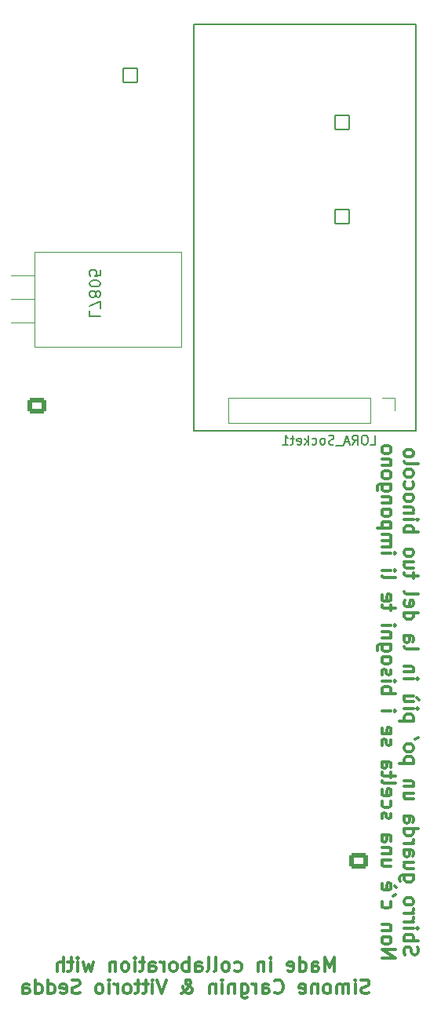
<source format=gbo>
G04 #@! TF.GenerationSoftware,KiCad,Pcbnew,7.0.7*
G04 #@! TF.CreationDate,2024-03-11T23:00:31+01:00*
G04 #@! TF.ProjectId,RocketBoard,526f636b-6574-4426-9f61-72642e6b6963,rev?*
G04 #@! TF.SameCoordinates,Original*
G04 #@! TF.FileFunction,Legend,Bot*
G04 #@! TF.FilePolarity,Positive*
%FSLAX46Y46*%
G04 Gerber Fmt 4.6, Leading zero omitted, Abs format (unit mm)*
G04 Created by KiCad (PCBNEW 7.0.7) date 2024-03-11 23:00:31*
%MOMM*%
%LPD*%
G01*
G04 APERTURE LIST*
G04 Aperture macros list*
%AMRoundRect*
0 Rectangle with rounded corners*
0 $1 Rounding radius*
0 $2 $3 $4 $5 $6 $7 $8 $9 X,Y pos of 4 corners*
0 Add a 4 corners polygon primitive as box body*
4,1,4,$2,$3,$4,$5,$6,$7,$8,$9,$2,$3,0*
0 Add four circle primitives for the rounded corners*
1,1,$1+$1,$2,$3*
1,1,$1+$1,$4,$5*
1,1,$1+$1,$6,$7*
1,1,$1+$1,$8,$9*
0 Add four rect primitives between the rounded corners*
20,1,$1+$1,$2,$3,$4,$5,0*
20,1,$1+$1,$4,$5,$6,$7,0*
20,1,$1+$1,$6,$7,$8,$9,0*
20,1,$1+$1,$8,$9,$2,$3,0*%
G04 Aperture macros list end*
%ADD10C,0.150000*%
%ADD11C,0.300000*%
%ADD12C,0.120000*%
%ADD13R,2.000000X2.000000*%
%ADD14C,2.000000*%
%ADD15R,1.700000X1.700000*%
%ADD16O,1.700000X1.700000*%
%ADD17RoundRect,0.250000X-0.725000X0.600000X-0.725000X-0.600000X0.725000X-0.600000X0.725000X0.600000X0*%
%ADD18O,1.950000X1.700000*%
%ADD19C,2.200000*%
%ADD20RoundRect,0.250000X0.725000X-0.600000X0.725000X0.600000X-0.725000X0.600000X-0.725000X-0.600000X0*%
%ADD21RoundRect,0.102000X0.762000X0.762000X-0.762000X0.762000X-0.762000X-0.762000X0.762000X-0.762000X0*%
%ADD22O,3.252000X1.728000*%
%ADD23C,1.600000*%
%ADD24O,1.600000X1.600000*%
%ADD25C,1.524000*%
%ADD26O,3.500000X3.500000*%
%ADD27R,2.000000X1.905000*%
%ADD28O,2.000000X1.905000*%
G04 APERTURE END LIST*
D10*
X122400000Y-44150000D02*
X146400000Y-44150000D01*
X146400000Y-87975400D01*
X122400000Y-87975400D01*
X122400000Y-44150000D01*
D11*
X137540572Y-146277828D02*
X137540572Y-144777828D01*
X137540572Y-144777828D02*
X137040572Y-145849257D01*
X137040572Y-145849257D02*
X136540572Y-144777828D01*
X136540572Y-144777828D02*
X136540572Y-146277828D01*
X135183429Y-146277828D02*
X135183429Y-145492114D01*
X135183429Y-145492114D02*
X135254857Y-145349257D01*
X135254857Y-145349257D02*
X135397714Y-145277828D01*
X135397714Y-145277828D02*
X135683429Y-145277828D01*
X135683429Y-145277828D02*
X135826286Y-145349257D01*
X135183429Y-146206400D02*
X135326286Y-146277828D01*
X135326286Y-146277828D02*
X135683429Y-146277828D01*
X135683429Y-146277828D02*
X135826286Y-146206400D01*
X135826286Y-146206400D02*
X135897714Y-146063542D01*
X135897714Y-146063542D02*
X135897714Y-145920685D01*
X135897714Y-145920685D02*
X135826286Y-145777828D01*
X135826286Y-145777828D02*
X135683429Y-145706400D01*
X135683429Y-145706400D02*
X135326286Y-145706400D01*
X135326286Y-145706400D02*
X135183429Y-145634971D01*
X133826286Y-146277828D02*
X133826286Y-144777828D01*
X133826286Y-146206400D02*
X133969143Y-146277828D01*
X133969143Y-146277828D02*
X134254857Y-146277828D01*
X134254857Y-146277828D02*
X134397714Y-146206400D01*
X134397714Y-146206400D02*
X134469143Y-146134971D01*
X134469143Y-146134971D02*
X134540571Y-145992114D01*
X134540571Y-145992114D02*
X134540571Y-145563542D01*
X134540571Y-145563542D02*
X134469143Y-145420685D01*
X134469143Y-145420685D02*
X134397714Y-145349257D01*
X134397714Y-145349257D02*
X134254857Y-145277828D01*
X134254857Y-145277828D02*
X133969143Y-145277828D01*
X133969143Y-145277828D02*
X133826286Y-145349257D01*
X132540571Y-146206400D02*
X132683428Y-146277828D01*
X132683428Y-146277828D02*
X132969143Y-146277828D01*
X132969143Y-146277828D02*
X133112000Y-146206400D01*
X133112000Y-146206400D02*
X133183428Y-146063542D01*
X133183428Y-146063542D02*
X133183428Y-145492114D01*
X133183428Y-145492114D02*
X133112000Y-145349257D01*
X133112000Y-145349257D02*
X132969143Y-145277828D01*
X132969143Y-145277828D02*
X132683428Y-145277828D01*
X132683428Y-145277828D02*
X132540571Y-145349257D01*
X132540571Y-145349257D02*
X132469143Y-145492114D01*
X132469143Y-145492114D02*
X132469143Y-145634971D01*
X132469143Y-145634971D02*
X133183428Y-145777828D01*
X130683429Y-146277828D02*
X130683429Y-145277828D01*
X130683429Y-144777828D02*
X130754857Y-144849257D01*
X130754857Y-144849257D02*
X130683429Y-144920685D01*
X130683429Y-144920685D02*
X130612000Y-144849257D01*
X130612000Y-144849257D02*
X130683429Y-144777828D01*
X130683429Y-144777828D02*
X130683429Y-144920685D01*
X129969143Y-145277828D02*
X129969143Y-146277828D01*
X129969143Y-145420685D02*
X129897714Y-145349257D01*
X129897714Y-145349257D02*
X129754857Y-145277828D01*
X129754857Y-145277828D02*
X129540571Y-145277828D01*
X129540571Y-145277828D02*
X129397714Y-145349257D01*
X129397714Y-145349257D02*
X129326286Y-145492114D01*
X129326286Y-145492114D02*
X129326286Y-146277828D01*
X126826286Y-146206400D02*
X126969143Y-146277828D01*
X126969143Y-146277828D02*
X127254857Y-146277828D01*
X127254857Y-146277828D02*
X127397714Y-146206400D01*
X127397714Y-146206400D02*
X127469143Y-146134971D01*
X127469143Y-146134971D02*
X127540571Y-145992114D01*
X127540571Y-145992114D02*
X127540571Y-145563542D01*
X127540571Y-145563542D02*
X127469143Y-145420685D01*
X127469143Y-145420685D02*
X127397714Y-145349257D01*
X127397714Y-145349257D02*
X127254857Y-145277828D01*
X127254857Y-145277828D02*
X126969143Y-145277828D01*
X126969143Y-145277828D02*
X126826286Y-145349257D01*
X125969143Y-146277828D02*
X126112000Y-146206400D01*
X126112000Y-146206400D02*
X126183429Y-146134971D01*
X126183429Y-146134971D02*
X126254857Y-145992114D01*
X126254857Y-145992114D02*
X126254857Y-145563542D01*
X126254857Y-145563542D02*
X126183429Y-145420685D01*
X126183429Y-145420685D02*
X126112000Y-145349257D01*
X126112000Y-145349257D02*
X125969143Y-145277828D01*
X125969143Y-145277828D02*
X125754857Y-145277828D01*
X125754857Y-145277828D02*
X125612000Y-145349257D01*
X125612000Y-145349257D02*
X125540572Y-145420685D01*
X125540572Y-145420685D02*
X125469143Y-145563542D01*
X125469143Y-145563542D02*
X125469143Y-145992114D01*
X125469143Y-145992114D02*
X125540572Y-146134971D01*
X125540572Y-146134971D02*
X125612000Y-146206400D01*
X125612000Y-146206400D02*
X125754857Y-146277828D01*
X125754857Y-146277828D02*
X125969143Y-146277828D01*
X124612000Y-146277828D02*
X124754857Y-146206400D01*
X124754857Y-146206400D02*
X124826286Y-146063542D01*
X124826286Y-146063542D02*
X124826286Y-144777828D01*
X123826286Y-146277828D02*
X123969143Y-146206400D01*
X123969143Y-146206400D02*
X124040572Y-146063542D01*
X124040572Y-146063542D02*
X124040572Y-144777828D01*
X122612001Y-146277828D02*
X122612001Y-145492114D01*
X122612001Y-145492114D02*
X122683429Y-145349257D01*
X122683429Y-145349257D02*
X122826286Y-145277828D01*
X122826286Y-145277828D02*
X123112001Y-145277828D01*
X123112001Y-145277828D02*
X123254858Y-145349257D01*
X122612001Y-146206400D02*
X122754858Y-146277828D01*
X122754858Y-146277828D02*
X123112001Y-146277828D01*
X123112001Y-146277828D02*
X123254858Y-146206400D01*
X123254858Y-146206400D02*
X123326286Y-146063542D01*
X123326286Y-146063542D02*
X123326286Y-145920685D01*
X123326286Y-145920685D02*
X123254858Y-145777828D01*
X123254858Y-145777828D02*
X123112001Y-145706400D01*
X123112001Y-145706400D02*
X122754858Y-145706400D01*
X122754858Y-145706400D02*
X122612001Y-145634971D01*
X121897715Y-146277828D02*
X121897715Y-144777828D01*
X121897715Y-145349257D02*
X121754858Y-145277828D01*
X121754858Y-145277828D02*
X121469143Y-145277828D01*
X121469143Y-145277828D02*
X121326286Y-145349257D01*
X121326286Y-145349257D02*
X121254858Y-145420685D01*
X121254858Y-145420685D02*
X121183429Y-145563542D01*
X121183429Y-145563542D02*
X121183429Y-145992114D01*
X121183429Y-145992114D02*
X121254858Y-146134971D01*
X121254858Y-146134971D02*
X121326286Y-146206400D01*
X121326286Y-146206400D02*
X121469143Y-146277828D01*
X121469143Y-146277828D02*
X121754858Y-146277828D01*
X121754858Y-146277828D02*
X121897715Y-146206400D01*
X120326286Y-146277828D02*
X120469143Y-146206400D01*
X120469143Y-146206400D02*
X120540572Y-146134971D01*
X120540572Y-146134971D02*
X120612000Y-145992114D01*
X120612000Y-145992114D02*
X120612000Y-145563542D01*
X120612000Y-145563542D02*
X120540572Y-145420685D01*
X120540572Y-145420685D02*
X120469143Y-145349257D01*
X120469143Y-145349257D02*
X120326286Y-145277828D01*
X120326286Y-145277828D02*
X120112000Y-145277828D01*
X120112000Y-145277828D02*
X119969143Y-145349257D01*
X119969143Y-145349257D02*
X119897715Y-145420685D01*
X119897715Y-145420685D02*
X119826286Y-145563542D01*
X119826286Y-145563542D02*
X119826286Y-145992114D01*
X119826286Y-145992114D02*
X119897715Y-146134971D01*
X119897715Y-146134971D02*
X119969143Y-146206400D01*
X119969143Y-146206400D02*
X120112000Y-146277828D01*
X120112000Y-146277828D02*
X120326286Y-146277828D01*
X119183429Y-146277828D02*
X119183429Y-145277828D01*
X119183429Y-145563542D02*
X119112000Y-145420685D01*
X119112000Y-145420685D02*
X119040572Y-145349257D01*
X119040572Y-145349257D02*
X118897714Y-145277828D01*
X118897714Y-145277828D02*
X118754857Y-145277828D01*
X117612001Y-146277828D02*
X117612001Y-145492114D01*
X117612001Y-145492114D02*
X117683429Y-145349257D01*
X117683429Y-145349257D02*
X117826286Y-145277828D01*
X117826286Y-145277828D02*
X118112001Y-145277828D01*
X118112001Y-145277828D02*
X118254858Y-145349257D01*
X117612001Y-146206400D02*
X117754858Y-146277828D01*
X117754858Y-146277828D02*
X118112001Y-146277828D01*
X118112001Y-146277828D02*
X118254858Y-146206400D01*
X118254858Y-146206400D02*
X118326286Y-146063542D01*
X118326286Y-146063542D02*
X118326286Y-145920685D01*
X118326286Y-145920685D02*
X118254858Y-145777828D01*
X118254858Y-145777828D02*
X118112001Y-145706400D01*
X118112001Y-145706400D02*
X117754858Y-145706400D01*
X117754858Y-145706400D02*
X117612001Y-145634971D01*
X117112000Y-145277828D02*
X116540572Y-145277828D01*
X116897715Y-144777828D02*
X116897715Y-146063542D01*
X116897715Y-146063542D02*
X116826286Y-146206400D01*
X116826286Y-146206400D02*
X116683429Y-146277828D01*
X116683429Y-146277828D02*
X116540572Y-146277828D01*
X116040572Y-146277828D02*
X116040572Y-145277828D01*
X116040572Y-144777828D02*
X116112000Y-144849257D01*
X116112000Y-144849257D02*
X116040572Y-144920685D01*
X116040572Y-144920685D02*
X115969143Y-144849257D01*
X115969143Y-144849257D02*
X116040572Y-144777828D01*
X116040572Y-144777828D02*
X116040572Y-144920685D01*
X115112000Y-146277828D02*
X115254857Y-146206400D01*
X115254857Y-146206400D02*
X115326286Y-146134971D01*
X115326286Y-146134971D02*
X115397714Y-145992114D01*
X115397714Y-145992114D02*
X115397714Y-145563542D01*
X115397714Y-145563542D02*
X115326286Y-145420685D01*
X115326286Y-145420685D02*
X115254857Y-145349257D01*
X115254857Y-145349257D02*
X115112000Y-145277828D01*
X115112000Y-145277828D02*
X114897714Y-145277828D01*
X114897714Y-145277828D02*
X114754857Y-145349257D01*
X114754857Y-145349257D02*
X114683429Y-145420685D01*
X114683429Y-145420685D02*
X114612000Y-145563542D01*
X114612000Y-145563542D02*
X114612000Y-145992114D01*
X114612000Y-145992114D02*
X114683429Y-146134971D01*
X114683429Y-146134971D02*
X114754857Y-146206400D01*
X114754857Y-146206400D02*
X114897714Y-146277828D01*
X114897714Y-146277828D02*
X115112000Y-146277828D01*
X113969143Y-145277828D02*
X113969143Y-146277828D01*
X113969143Y-145420685D02*
X113897714Y-145349257D01*
X113897714Y-145349257D02*
X113754857Y-145277828D01*
X113754857Y-145277828D02*
X113540571Y-145277828D01*
X113540571Y-145277828D02*
X113397714Y-145349257D01*
X113397714Y-145349257D02*
X113326286Y-145492114D01*
X113326286Y-145492114D02*
X113326286Y-146277828D01*
X111612000Y-145277828D02*
X111326286Y-146277828D01*
X111326286Y-146277828D02*
X111040571Y-145563542D01*
X111040571Y-145563542D02*
X110754857Y-146277828D01*
X110754857Y-146277828D02*
X110469143Y-145277828D01*
X109897714Y-146277828D02*
X109897714Y-145277828D01*
X109897714Y-144777828D02*
X109969142Y-144849257D01*
X109969142Y-144849257D02*
X109897714Y-144920685D01*
X109897714Y-144920685D02*
X109826285Y-144849257D01*
X109826285Y-144849257D02*
X109897714Y-144777828D01*
X109897714Y-144777828D02*
X109897714Y-144920685D01*
X109397713Y-145277828D02*
X108826285Y-145277828D01*
X109183428Y-144777828D02*
X109183428Y-146063542D01*
X109183428Y-146063542D02*
X109111999Y-146206400D01*
X109111999Y-146206400D02*
X108969142Y-146277828D01*
X108969142Y-146277828D02*
X108826285Y-146277828D01*
X108326285Y-146277828D02*
X108326285Y-144777828D01*
X107683428Y-146277828D02*
X107683428Y-145492114D01*
X107683428Y-145492114D02*
X107754856Y-145349257D01*
X107754856Y-145349257D02*
X107897713Y-145277828D01*
X107897713Y-145277828D02*
X108111999Y-145277828D01*
X108111999Y-145277828D02*
X108254856Y-145349257D01*
X108254856Y-145349257D02*
X108326285Y-145420685D01*
X141326285Y-148621400D02*
X141112000Y-148692828D01*
X141112000Y-148692828D02*
X140754857Y-148692828D01*
X140754857Y-148692828D02*
X140612000Y-148621400D01*
X140612000Y-148621400D02*
X140540571Y-148549971D01*
X140540571Y-148549971D02*
X140469142Y-148407114D01*
X140469142Y-148407114D02*
X140469142Y-148264257D01*
X140469142Y-148264257D02*
X140540571Y-148121400D01*
X140540571Y-148121400D02*
X140612000Y-148049971D01*
X140612000Y-148049971D02*
X140754857Y-147978542D01*
X140754857Y-147978542D02*
X141040571Y-147907114D01*
X141040571Y-147907114D02*
X141183428Y-147835685D01*
X141183428Y-147835685D02*
X141254857Y-147764257D01*
X141254857Y-147764257D02*
X141326285Y-147621400D01*
X141326285Y-147621400D02*
X141326285Y-147478542D01*
X141326285Y-147478542D02*
X141254857Y-147335685D01*
X141254857Y-147335685D02*
X141183428Y-147264257D01*
X141183428Y-147264257D02*
X141040571Y-147192828D01*
X141040571Y-147192828D02*
X140683428Y-147192828D01*
X140683428Y-147192828D02*
X140469142Y-147264257D01*
X139826286Y-148692828D02*
X139826286Y-147692828D01*
X139826286Y-147192828D02*
X139897714Y-147264257D01*
X139897714Y-147264257D02*
X139826286Y-147335685D01*
X139826286Y-147335685D02*
X139754857Y-147264257D01*
X139754857Y-147264257D02*
X139826286Y-147192828D01*
X139826286Y-147192828D02*
X139826286Y-147335685D01*
X139112000Y-148692828D02*
X139112000Y-147692828D01*
X139112000Y-147835685D02*
X139040571Y-147764257D01*
X139040571Y-147764257D02*
X138897714Y-147692828D01*
X138897714Y-147692828D02*
X138683428Y-147692828D01*
X138683428Y-147692828D02*
X138540571Y-147764257D01*
X138540571Y-147764257D02*
X138469143Y-147907114D01*
X138469143Y-147907114D02*
X138469143Y-148692828D01*
X138469143Y-147907114D02*
X138397714Y-147764257D01*
X138397714Y-147764257D02*
X138254857Y-147692828D01*
X138254857Y-147692828D02*
X138040571Y-147692828D01*
X138040571Y-147692828D02*
X137897714Y-147764257D01*
X137897714Y-147764257D02*
X137826285Y-147907114D01*
X137826285Y-147907114D02*
X137826285Y-148692828D01*
X136897714Y-148692828D02*
X137040571Y-148621400D01*
X137040571Y-148621400D02*
X137112000Y-148549971D01*
X137112000Y-148549971D02*
X137183428Y-148407114D01*
X137183428Y-148407114D02*
X137183428Y-147978542D01*
X137183428Y-147978542D02*
X137112000Y-147835685D01*
X137112000Y-147835685D02*
X137040571Y-147764257D01*
X137040571Y-147764257D02*
X136897714Y-147692828D01*
X136897714Y-147692828D02*
X136683428Y-147692828D01*
X136683428Y-147692828D02*
X136540571Y-147764257D01*
X136540571Y-147764257D02*
X136469143Y-147835685D01*
X136469143Y-147835685D02*
X136397714Y-147978542D01*
X136397714Y-147978542D02*
X136397714Y-148407114D01*
X136397714Y-148407114D02*
X136469143Y-148549971D01*
X136469143Y-148549971D02*
X136540571Y-148621400D01*
X136540571Y-148621400D02*
X136683428Y-148692828D01*
X136683428Y-148692828D02*
X136897714Y-148692828D01*
X135754857Y-147692828D02*
X135754857Y-148692828D01*
X135754857Y-147835685D02*
X135683428Y-147764257D01*
X135683428Y-147764257D02*
X135540571Y-147692828D01*
X135540571Y-147692828D02*
X135326285Y-147692828D01*
X135326285Y-147692828D02*
X135183428Y-147764257D01*
X135183428Y-147764257D02*
X135112000Y-147907114D01*
X135112000Y-147907114D02*
X135112000Y-148692828D01*
X133826285Y-148621400D02*
X133969142Y-148692828D01*
X133969142Y-148692828D02*
X134254857Y-148692828D01*
X134254857Y-148692828D02*
X134397714Y-148621400D01*
X134397714Y-148621400D02*
X134469142Y-148478542D01*
X134469142Y-148478542D02*
X134469142Y-147907114D01*
X134469142Y-147907114D02*
X134397714Y-147764257D01*
X134397714Y-147764257D02*
X134254857Y-147692828D01*
X134254857Y-147692828D02*
X133969142Y-147692828D01*
X133969142Y-147692828D02*
X133826285Y-147764257D01*
X133826285Y-147764257D02*
X133754857Y-147907114D01*
X133754857Y-147907114D02*
X133754857Y-148049971D01*
X133754857Y-148049971D02*
X134469142Y-148192828D01*
X131112000Y-148549971D02*
X131183428Y-148621400D01*
X131183428Y-148621400D02*
X131397714Y-148692828D01*
X131397714Y-148692828D02*
X131540571Y-148692828D01*
X131540571Y-148692828D02*
X131754857Y-148621400D01*
X131754857Y-148621400D02*
X131897714Y-148478542D01*
X131897714Y-148478542D02*
X131969143Y-148335685D01*
X131969143Y-148335685D02*
X132040571Y-148049971D01*
X132040571Y-148049971D02*
X132040571Y-147835685D01*
X132040571Y-147835685D02*
X131969143Y-147549971D01*
X131969143Y-147549971D02*
X131897714Y-147407114D01*
X131897714Y-147407114D02*
X131754857Y-147264257D01*
X131754857Y-147264257D02*
X131540571Y-147192828D01*
X131540571Y-147192828D02*
X131397714Y-147192828D01*
X131397714Y-147192828D02*
X131183428Y-147264257D01*
X131183428Y-147264257D02*
X131112000Y-147335685D01*
X129826286Y-148692828D02*
X129826286Y-147907114D01*
X129826286Y-147907114D02*
X129897714Y-147764257D01*
X129897714Y-147764257D02*
X130040571Y-147692828D01*
X130040571Y-147692828D02*
X130326286Y-147692828D01*
X130326286Y-147692828D02*
X130469143Y-147764257D01*
X129826286Y-148621400D02*
X129969143Y-148692828D01*
X129969143Y-148692828D02*
X130326286Y-148692828D01*
X130326286Y-148692828D02*
X130469143Y-148621400D01*
X130469143Y-148621400D02*
X130540571Y-148478542D01*
X130540571Y-148478542D02*
X130540571Y-148335685D01*
X130540571Y-148335685D02*
X130469143Y-148192828D01*
X130469143Y-148192828D02*
X130326286Y-148121400D01*
X130326286Y-148121400D02*
X129969143Y-148121400D01*
X129969143Y-148121400D02*
X129826286Y-148049971D01*
X129112000Y-148692828D02*
X129112000Y-147692828D01*
X129112000Y-147978542D02*
X129040571Y-147835685D01*
X129040571Y-147835685D02*
X128969143Y-147764257D01*
X128969143Y-147764257D02*
X128826285Y-147692828D01*
X128826285Y-147692828D02*
X128683428Y-147692828D01*
X127540572Y-147692828D02*
X127540572Y-148907114D01*
X127540572Y-148907114D02*
X127612000Y-149049971D01*
X127612000Y-149049971D02*
X127683429Y-149121400D01*
X127683429Y-149121400D02*
X127826286Y-149192828D01*
X127826286Y-149192828D02*
X128040572Y-149192828D01*
X128040572Y-149192828D02*
X128183429Y-149121400D01*
X127540572Y-148621400D02*
X127683429Y-148692828D01*
X127683429Y-148692828D02*
X127969143Y-148692828D01*
X127969143Y-148692828D02*
X128112000Y-148621400D01*
X128112000Y-148621400D02*
X128183429Y-148549971D01*
X128183429Y-148549971D02*
X128254857Y-148407114D01*
X128254857Y-148407114D02*
X128254857Y-147978542D01*
X128254857Y-147978542D02*
X128183429Y-147835685D01*
X128183429Y-147835685D02*
X128112000Y-147764257D01*
X128112000Y-147764257D02*
X127969143Y-147692828D01*
X127969143Y-147692828D02*
X127683429Y-147692828D01*
X127683429Y-147692828D02*
X127540572Y-147764257D01*
X126826286Y-147692828D02*
X126826286Y-148692828D01*
X126826286Y-147835685D02*
X126754857Y-147764257D01*
X126754857Y-147764257D02*
X126612000Y-147692828D01*
X126612000Y-147692828D02*
X126397714Y-147692828D01*
X126397714Y-147692828D02*
X126254857Y-147764257D01*
X126254857Y-147764257D02*
X126183429Y-147907114D01*
X126183429Y-147907114D02*
X126183429Y-148692828D01*
X125469143Y-148692828D02*
X125469143Y-147692828D01*
X125469143Y-147192828D02*
X125540571Y-147264257D01*
X125540571Y-147264257D02*
X125469143Y-147335685D01*
X125469143Y-147335685D02*
X125397714Y-147264257D01*
X125397714Y-147264257D02*
X125469143Y-147192828D01*
X125469143Y-147192828D02*
X125469143Y-147335685D01*
X124754857Y-147692828D02*
X124754857Y-148692828D01*
X124754857Y-147835685D02*
X124683428Y-147764257D01*
X124683428Y-147764257D02*
X124540571Y-147692828D01*
X124540571Y-147692828D02*
X124326285Y-147692828D01*
X124326285Y-147692828D02*
X124183428Y-147764257D01*
X124183428Y-147764257D02*
X124112000Y-147907114D01*
X124112000Y-147907114D02*
X124112000Y-148692828D01*
X121040571Y-148692828D02*
X121112000Y-148692828D01*
X121112000Y-148692828D02*
X121254857Y-148621400D01*
X121254857Y-148621400D02*
X121469142Y-148407114D01*
X121469142Y-148407114D02*
X121826285Y-147978542D01*
X121826285Y-147978542D02*
X121969142Y-147764257D01*
X121969142Y-147764257D02*
X122040571Y-147549971D01*
X122040571Y-147549971D02*
X122040571Y-147407114D01*
X122040571Y-147407114D02*
X121969142Y-147264257D01*
X121969142Y-147264257D02*
X121826285Y-147192828D01*
X121826285Y-147192828D02*
X121754857Y-147192828D01*
X121754857Y-147192828D02*
X121612000Y-147264257D01*
X121612000Y-147264257D02*
X121540571Y-147407114D01*
X121540571Y-147407114D02*
X121540571Y-147478542D01*
X121540571Y-147478542D02*
X121612000Y-147621400D01*
X121612000Y-147621400D02*
X121683428Y-147692828D01*
X121683428Y-147692828D02*
X122112000Y-147978542D01*
X122112000Y-147978542D02*
X122183428Y-148049971D01*
X122183428Y-148049971D02*
X122254857Y-148192828D01*
X122254857Y-148192828D02*
X122254857Y-148407114D01*
X122254857Y-148407114D02*
X122183428Y-148549971D01*
X122183428Y-148549971D02*
X122112000Y-148621400D01*
X122112000Y-148621400D02*
X121969142Y-148692828D01*
X121969142Y-148692828D02*
X121754857Y-148692828D01*
X121754857Y-148692828D02*
X121612000Y-148621400D01*
X121612000Y-148621400D02*
X121540571Y-148549971D01*
X121540571Y-148549971D02*
X121326285Y-148264257D01*
X121326285Y-148264257D02*
X121254857Y-148049971D01*
X121254857Y-148049971D02*
X121254857Y-147907114D01*
X119469142Y-147192828D02*
X118969142Y-148692828D01*
X118969142Y-148692828D02*
X118469142Y-147192828D01*
X117969143Y-148692828D02*
X117969143Y-147692828D01*
X117969143Y-147192828D02*
X118040571Y-147264257D01*
X118040571Y-147264257D02*
X117969143Y-147335685D01*
X117969143Y-147335685D02*
X117897714Y-147264257D01*
X117897714Y-147264257D02*
X117969143Y-147192828D01*
X117969143Y-147192828D02*
X117969143Y-147335685D01*
X117469142Y-147692828D02*
X116897714Y-147692828D01*
X117254857Y-147192828D02*
X117254857Y-148478542D01*
X117254857Y-148478542D02*
X117183428Y-148621400D01*
X117183428Y-148621400D02*
X117040571Y-148692828D01*
X117040571Y-148692828D02*
X116897714Y-148692828D01*
X116611999Y-147692828D02*
X116040571Y-147692828D01*
X116397714Y-147192828D02*
X116397714Y-148478542D01*
X116397714Y-148478542D02*
X116326285Y-148621400D01*
X116326285Y-148621400D02*
X116183428Y-148692828D01*
X116183428Y-148692828D02*
X116040571Y-148692828D01*
X115326285Y-148692828D02*
X115469142Y-148621400D01*
X115469142Y-148621400D02*
X115540571Y-148549971D01*
X115540571Y-148549971D02*
X115611999Y-148407114D01*
X115611999Y-148407114D02*
X115611999Y-147978542D01*
X115611999Y-147978542D02*
X115540571Y-147835685D01*
X115540571Y-147835685D02*
X115469142Y-147764257D01*
X115469142Y-147764257D02*
X115326285Y-147692828D01*
X115326285Y-147692828D02*
X115111999Y-147692828D01*
X115111999Y-147692828D02*
X114969142Y-147764257D01*
X114969142Y-147764257D02*
X114897714Y-147835685D01*
X114897714Y-147835685D02*
X114826285Y-147978542D01*
X114826285Y-147978542D02*
X114826285Y-148407114D01*
X114826285Y-148407114D02*
X114897714Y-148549971D01*
X114897714Y-148549971D02*
X114969142Y-148621400D01*
X114969142Y-148621400D02*
X115111999Y-148692828D01*
X115111999Y-148692828D02*
X115326285Y-148692828D01*
X114183428Y-148692828D02*
X114183428Y-147692828D01*
X114183428Y-147978542D02*
X114111999Y-147835685D01*
X114111999Y-147835685D02*
X114040571Y-147764257D01*
X114040571Y-147764257D02*
X113897713Y-147692828D01*
X113897713Y-147692828D02*
X113754856Y-147692828D01*
X113254857Y-148692828D02*
X113254857Y-147692828D01*
X113254857Y-147192828D02*
X113326285Y-147264257D01*
X113326285Y-147264257D02*
X113254857Y-147335685D01*
X113254857Y-147335685D02*
X113183428Y-147264257D01*
X113183428Y-147264257D02*
X113254857Y-147192828D01*
X113254857Y-147192828D02*
X113254857Y-147335685D01*
X112326285Y-148692828D02*
X112469142Y-148621400D01*
X112469142Y-148621400D02*
X112540571Y-148549971D01*
X112540571Y-148549971D02*
X112611999Y-148407114D01*
X112611999Y-148407114D02*
X112611999Y-147978542D01*
X112611999Y-147978542D02*
X112540571Y-147835685D01*
X112540571Y-147835685D02*
X112469142Y-147764257D01*
X112469142Y-147764257D02*
X112326285Y-147692828D01*
X112326285Y-147692828D02*
X112111999Y-147692828D01*
X112111999Y-147692828D02*
X111969142Y-147764257D01*
X111969142Y-147764257D02*
X111897714Y-147835685D01*
X111897714Y-147835685D02*
X111826285Y-147978542D01*
X111826285Y-147978542D02*
X111826285Y-148407114D01*
X111826285Y-148407114D02*
X111897714Y-148549971D01*
X111897714Y-148549971D02*
X111969142Y-148621400D01*
X111969142Y-148621400D02*
X112111999Y-148692828D01*
X112111999Y-148692828D02*
X112326285Y-148692828D01*
X110111999Y-148621400D02*
X109897714Y-148692828D01*
X109897714Y-148692828D02*
X109540571Y-148692828D01*
X109540571Y-148692828D02*
X109397714Y-148621400D01*
X109397714Y-148621400D02*
X109326285Y-148549971D01*
X109326285Y-148549971D02*
X109254856Y-148407114D01*
X109254856Y-148407114D02*
X109254856Y-148264257D01*
X109254856Y-148264257D02*
X109326285Y-148121400D01*
X109326285Y-148121400D02*
X109397714Y-148049971D01*
X109397714Y-148049971D02*
X109540571Y-147978542D01*
X109540571Y-147978542D02*
X109826285Y-147907114D01*
X109826285Y-147907114D02*
X109969142Y-147835685D01*
X109969142Y-147835685D02*
X110040571Y-147764257D01*
X110040571Y-147764257D02*
X110111999Y-147621400D01*
X110111999Y-147621400D02*
X110111999Y-147478542D01*
X110111999Y-147478542D02*
X110040571Y-147335685D01*
X110040571Y-147335685D02*
X109969142Y-147264257D01*
X109969142Y-147264257D02*
X109826285Y-147192828D01*
X109826285Y-147192828D02*
X109469142Y-147192828D01*
X109469142Y-147192828D02*
X109254856Y-147264257D01*
X108040571Y-148621400D02*
X108183428Y-148692828D01*
X108183428Y-148692828D02*
X108469143Y-148692828D01*
X108469143Y-148692828D02*
X108612000Y-148621400D01*
X108612000Y-148621400D02*
X108683428Y-148478542D01*
X108683428Y-148478542D02*
X108683428Y-147907114D01*
X108683428Y-147907114D02*
X108612000Y-147764257D01*
X108612000Y-147764257D02*
X108469143Y-147692828D01*
X108469143Y-147692828D02*
X108183428Y-147692828D01*
X108183428Y-147692828D02*
X108040571Y-147764257D01*
X108040571Y-147764257D02*
X107969143Y-147907114D01*
X107969143Y-147907114D02*
X107969143Y-148049971D01*
X107969143Y-148049971D02*
X108683428Y-148192828D01*
X106683429Y-148692828D02*
X106683429Y-147192828D01*
X106683429Y-148621400D02*
X106826286Y-148692828D01*
X106826286Y-148692828D02*
X107112000Y-148692828D01*
X107112000Y-148692828D02*
X107254857Y-148621400D01*
X107254857Y-148621400D02*
X107326286Y-148549971D01*
X107326286Y-148549971D02*
X107397714Y-148407114D01*
X107397714Y-148407114D02*
X107397714Y-147978542D01*
X107397714Y-147978542D02*
X107326286Y-147835685D01*
X107326286Y-147835685D02*
X107254857Y-147764257D01*
X107254857Y-147764257D02*
X107112000Y-147692828D01*
X107112000Y-147692828D02*
X106826286Y-147692828D01*
X106826286Y-147692828D02*
X106683429Y-147764257D01*
X105326286Y-148692828D02*
X105326286Y-147192828D01*
X105326286Y-148621400D02*
X105469143Y-148692828D01*
X105469143Y-148692828D02*
X105754857Y-148692828D01*
X105754857Y-148692828D02*
X105897714Y-148621400D01*
X105897714Y-148621400D02*
X105969143Y-148549971D01*
X105969143Y-148549971D02*
X106040571Y-148407114D01*
X106040571Y-148407114D02*
X106040571Y-147978542D01*
X106040571Y-147978542D02*
X105969143Y-147835685D01*
X105969143Y-147835685D02*
X105897714Y-147764257D01*
X105897714Y-147764257D02*
X105754857Y-147692828D01*
X105754857Y-147692828D02*
X105469143Y-147692828D01*
X105469143Y-147692828D02*
X105326286Y-147764257D01*
X103969143Y-148692828D02*
X103969143Y-147907114D01*
X103969143Y-147907114D02*
X104040571Y-147764257D01*
X104040571Y-147764257D02*
X104183428Y-147692828D01*
X104183428Y-147692828D02*
X104469143Y-147692828D01*
X104469143Y-147692828D02*
X104612000Y-147764257D01*
X103969143Y-148621400D02*
X104112000Y-148692828D01*
X104112000Y-148692828D02*
X104469143Y-148692828D01*
X104469143Y-148692828D02*
X104612000Y-148621400D01*
X104612000Y-148621400D02*
X104683428Y-148478542D01*
X104683428Y-148478542D02*
X104683428Y-148335685D01*
X104683428Y-148335685D02*
X104612000Y-148192828D01*
X104612000Y-148192828D02*
X104469143Y-148121400D01*
X104469143Y-148121400D02*
X104112000Y-148121400D01*
X104112000Y-148121400D02*
X103969143Y-148049971D01*
D10*
X111154657Y-75044173D02*
X111154657Y-75615601D01*
X111154657Y-75615601D02*
X112354657Y-75615601D01*
X112354657Y-74758458D02*
X112354657Y-73958458D01*
X112354657Y-73958458D02*
X111154657Y-74472744D01*
X111840371Y-73329887D02*
X111897514Y-73444172D01*
X111897514Y-73444172D02*
X111954657Y-73501315D01*
X111954657Y-73501315D02*
X112068942Y-73558458D01*
X112068942Y-73558458D02*
X112126085Y-73558458D01*
X112126085Y-73558458D02*
X112240371Y-73501315D01*
X112240371Y-73501315D02*
X112297514Y-73444172D01*
X112297514Y-73444172D02*
X112354657Y-73329887D01*
X112354657Y-73329887D02*
X112354657Y-73101315D01*
X112354657Y-73101315D02*
X112297514Y-72987030D01*
X112297514Y-72987030D02*
X112240371Y-72929887D01*
X112240371Y-72929887D02*
X112126085Y-72872744D01*
X112126085Y-72872744D02*
X112068942Y-72872744D01*
X112068942Y-72872744D02*
X111954657Y-72929887D01*
X111954657Y-72929887D02*
X111897514Y-72987030D01*
X111897514Y-72987030D02*
X111840371Y-73101315D01*
X111840371Y-73101315D02*
X111840371Y-73329887D01*
X111840371Y-73329887D02*
X111783228Y-73444172D01*
X111783228Y-73444172D02*
X111726085Y-73501315D01*
X111726085Y-73501315D02*
X111611800Y-73558458D01*
X111611800Y-73558458D02*
X111383228Y-73558458D01*
X111383228Y-73558458D02*
X111268942Y-73501315D01*
X111268942Y-73501315D02*
X111211800Y-73444172D01*
X111211800Y-73444172D02*
X111154657Y-73329887D01*
X111154657Y-73329887D02*
X111154657Y-73101315D01*
X111154657Y-73101315D02*
X111211800Y-72987030D01*
X111211800Y-72987030D02*
X111268942Y-72929887D01*
X111268942Y-72929887D02*
X111383228Y-72872744D01*
X111383228Y-72872744D02*
X111611800Y-72872744D01*
X111611800Y-72872744D02*
X111726085Y-72929887D01*
X111726085Y-72929887D02*
X111783228Y-72987030D01*
X111783228Y-72987030D02*
X111840371Y-73101315D01*
X112354657Y-72129887D02*
X112354657Y-72015601D01*
X112354657Y-72015601D02*
X112297514Y-71901315D01*
X112297514Y-71901315D02*
X112240371Y-71844173D01*
X112240371Y-71844173D02*
X112126085Y-71787030D01*
X112126085Y-71787030D02*
X111897514Y-71729887D01*
X111897514Y-71729887D02*
X111611800Y-71729887D01*
X111611800Y-71729887D02*
X111383228Y-71787030D01*
X111383228Y-71787030D02*
X111268942Y-71844173D01*
X111268942Y-71844173D02*
X111211800Y-71901315D01*
X111211800Y-71901315D02*
X111154657Y-72015601D01*
X111154657Y-72015601D02*
X111154657Y-72129887D01*
X111154657Y-72129887D02*
X111211800Y-72244173D01*
X111211800Y-72244173D02*
X111268942Y-72301315D01*
X111268942Y-72301315D02*
X111383228Y-72358458D01*
X111383228Y-72358458D02*
X111611800Y-72415601D01*
X111611800Y-72415601D02*
X111897514Y-72415601D01*
X111897514Y-72415601D02*
X112126085Y-72358458D01*
X112126085Y-72358458D02*
X112240371Y-72301315D01*
X112240371Y-72301315D02*
X112297514Y-72244173D01*
X112297514Y-72244173D02*
X112354657Y-72129887D01*
X112354657Y-70644173D02*
X112354657Y-71215601D01*
X112354657Y-71215601D02*
X111783228Y-71272744D01*
X111783228Y-71272744D02*
X111840371Y-71215601D01*
X111840371Y-71215601D02*
X111897514Y-71101316D01*
X111897514Y-71101316D02*
X111897514Y-70815601D01*
X111897514Y-70815601D02*
X111840371Y-70701316D01*
X111840371Y-70701316D02*
X111783228Y-70644173D01*
X111783228Y-70644173D02*
X111668942Y-70587030D01*
X111668942Y-70587030D02*
X111383228Y-70587030D01*
X111383228Y-70587030D02*
X111268942Y-70644173D01*
X111268942Y-70644173D02*
X111211800Y-70701316D01*
X111211800Y-70701316D02*
X111154657Y-70815601D01*
X111154657Y-70815601D02*
X111154657Y-71101316D01*
X111154657Y-71101316D02*
X111211800Y-71215601D01*
X111211800Y-71215601D02*
X111268942Y-71272744D01*
D11*
X145185600Y-144499999D02*
X145114171Y-144285714D01*
X145114171Y-144285714D02*
X145114171Y-143928571D01*
X145114171Y-143928571D02*
X145185600Y-143785714D01*
X145185600Y-143785714D02*
X145257028Y-143714285D01*
X145257028Y-143714285D02*
X145399885Y-143642856D01*
X145399885Y-143642856D02*
X145542742Y-143642856D01*
X145542742Y-143642856D02*
X145685600Y-143714285D01*
X145685600Y-143714285D02*
X145757028Y-143785714D01*
X145757028Y-143785714D02*
X145828457Y-143928571D01*
X145828457Y-143928571D02*
X145899885Y-144214285D01*
X145899885Y-144214285D02*
X145971314Y-144357142D01*
X145971314Y-144357142D02*
X146042742Y-144428571D01*
X146042742Y-144428571D02*
X146185600Y-144499999D01*
X146185600Y-144499999D02*
X146328457Y-144499999D01*
X146328457Y-144499999D02*
X146471314Y-144428571D01*
X146471314Y-144428571D02*
X146542742Y-144357142D01*
X146542742Y-144357142D02*
X146614171Y-144214285D01*
X146614171Y-144214285D02*
X146614171Y-143857142D01*
X146614171Y-143857142D02*
X146542742Y-143642856D01*
X145114171Y-143000000D02*
X146614171Y-143000000D01*
X146042742Y-143000000D02*
X146114171Y-142857143D01*
X146114171Y-142857143D02*
X146114171Y-142571428D01*
X146114171Y-142571428D02*
X146042742Y-142428571D01*
X146042742Y-142428571D02*
X145971314Y-142357143D01*
X145971314Y-142357143D02*
X145828457Y-142285714D01*
X145828457Y-142285714D02*
X145399885Y-142285714D01*
X145399885Y-142285714D02*
X145257028Y-142357143D01*
X145257028Y-142357143D02*
X145185600Y-142428571D01*
X145185600Y-142428571D02*
X145114171Y-142571428D01*
X145114171Y-142571428D02*
X145114171Y-142857143D01*
X145114171Y-142857143D02*
X145185600Y-143000000D01*
X145114171Y-141642857D02*
X146114171Y-141642857D01*
X146614171Y-141642857D02*
X146542742Y-141714285D01*
X146542742Y-141714285D02*
X146471314Y-141642857D01*
X146471314Y-141642857D02*
X146542742Y-141571428D01*
X146542742Y-141571428D02*
X146614171Y-141642857D01*
X146614171Y-141642857D02*
X146471314Y-141642857D01*
X145114171Y-140928571D02*
X146114171Y-140928571D01*
X145828457Y-140928571D02*
X145971314Y-140857142D01*
X145971314Y-140857142D02*
X146042742Y-140785714D01*
X146042742Y-140785714D02*
X146114171Y-140642856D01*
X146114171Y-140642856D02*
X146114171Y-140499999D01*
X145114171Y-140000000D02*
X146114171Y-140000000D01*
X145828457Y-140000000D02*
X145971314Y-139928571D01*
X145971314Y-139928571D02*
X146042742Y-139857143D01*
X146042742Y-139857143D02*
X146114171Y-139714285D01*
X146114171Y-139714285D02*
X146114171Y-139571428D01*
X145114171Y-138857143D02*
X145185600Y-139000000D01*
X145185600Y-139000000D02*
X145257028Y-139071429D01*
X145257028Y-139071429D02*
X145399885Y-139142857D01*
X145399885Y-139142857D02*
X145828457Y-139142857D01*
X145828457Y-139142857D02*
X145971314Y-139071429D01*
X145971314Y-139071429D02*
X146042742Y-139000000D01*
X146042742Y-139000000D02*
X146114171Y-138857143D01*
X146114171Y-138857143D02*
X146114171Y-138642857D01*
X146114171Y-138642857D02*
X146042742Y-138500000D01*
X146042742Y-138500000D02*
X145971314Y-138428572D01*
X145971314Y-138428572D02*
X145828457Y-138357143D01*
X145828457Y-138357143D02*
X145399885Y-138357143D01*
X145399885Y-138357143D02*
X145257028Y-138428572D01*
X145257028Y-138428572D02*
X145185600Y-138500000D01*
X145185600Y-138500000D02*
X145114171Y-138642857D01*
X145114171Y-138642857D02*
X145114171Y-138857143D01*
X146114171Y-135928572D02*
X144899885Y-135928572D01*
X144899885Y-135928572D02*
X144757028Y-136000000D01*
X144757028Y-136000000D02*
X144685600Y-136071429D01*
X144685600Y-136071429D02*
X144614171Y-136214286D01*
X144614171Y-136214286D02*
X144614171Y-136428572D01*
X144614171Y-136428572D02*
X144685600Y-136571429D01*
X145185600Y-135928572D02*
X145114171Y-136071429D01*
X145114171Y-136071429D02*
X145114171Y-136357143D01*
X145114171Y-136357143D02*
X145185600Y-136500000D01*
X145185600Y-136500000D02*
X145257028Y-136571429D01*
X145257028Y-136571429D02*
X145399885Y-136642857D01*
X145399885Y-136642857D02*
X145828457Y-136642857D01*
X145828457Y-136642857D02*
X145971314Y-136571429D01*
X145971314Y-136571429D02*
X146042742Y-136500000D01*
X146042742Y-136500000D02*
X146114171Y-136357143D01*
X146114171Y-136357143D02*
X146114171Y-136071429D01*
X146114171Y-136071429D02*
X146042742Y-135928572D01*
X146114171Y-134571429D02*
X145114171Y-134571429D01*
X146114171Y-135214286D02*
X145328457Y-135214286D01*
X145328457Y-135214286D02*
X145185600Y-135142857D01*
X145185600Y-135142857D02*
X145114171Y-135000000D01*
X145114171Y-135000000D02*
X145114171Y-134785714D01*
X145114171Y-134785714D02*
X145185600Y-134642857D01*
X145185600Y-134642857D02*
X145257028Y-134571429D01*
X145114171Y-133214286D02*
X145899885Y-133214286D01*
X145899885Y-133214286D02*
X146042742Y-133285714D01*
X146042742Y-133285714D02*
X146114171Y-133428571D01*
X146114171Y-133428571D02*
X146114171Y-133714286D01*
X146114171Y-133714286D02*
X146042742Y-133857143D01*
X145185600Y-133214286D02*
X145114171Y-133357143D01*
X145114171Y-133357143D02*
X145114171Y-133714286D01*
X145114171Y-133714286D02*
X145185600Y-133857143D01*
X145185600Y-133857143D02*
X145328457Y-133928571D01*
X145328457Y-133928571D02*
X145471314Y-133928571D01*
X145471314Y-133928571D02*
X145614171Y-133857143D01*
X145614171Y-133857143D02*
X145685600Y-133714286D01*
X145685600Y-133714286D02*
X145685600Y-133357143D01*
X145685600Y-133357143D02*
X145757028Y-133214286D01*
X145114171Y-132500000D02*
X146114171Y-132500000D01*
X145828457Y-132500000D02*
X145971314Y-132428571D01*
X145971314Y-132428571D02*
X146042742Y-132357143D01*
X146042742Y-132357143D02*
X146114171Y-132214285D01*
X146114171Y-132214285D02*
X146114171Y-132071428D01*
X145114171Y-130928572D02*
X146614171Y-130928572D01*
X145185600Y-130928572D02*
X145114171Y-131071429D01*
X145114171Y-131071429D02*
X145114171Y-131357143D01*
X145114171Y-131357143D02*
X145185600Y-131500000D01*
X145185600Y-131500000D02*
X145257028Y-131571429D01*
X145257028Y-131571429D02*
X145399885Y-131642857D01*
X145399885Y-131642857D02*
X145828457Y-131642857D01*
X145828457Y-131642857D02*
X145971314Y-131571429D01*
X145971314Y-131571429D02*
X146042742Y-131500000D01*
X146042742Y-131500000D02*
X146114171Y-131357143D01*
X146114171Y-131357143D02*
X146114171Y-131071429D01*
X146114171Y-131071429D02*
X146042742Y-130928572D01*
X145114171Y-129571429D02*
X145899885Y-129571429D01*
X145899885Y-129571429D02*
X146042742Y-129642857D01*
X146042742Y-129642857D02*
X146114171Y-129785714D01*
X146114171Y-129785714D02*
X146114171Y-130071429D01*
X146114171Y-130071429D02*
X146042742Y-130214286D01*
X145185600Y-129571429D02*
X145114171Y-129714286D01*
X145114171Y-129714286D02*
X145114171Y-130071429D01*
X145114171Y-130071429D02*
X145185600Y-130214286D01*
X145185600Y-130214286D02*
X145328457Y-130285714D01*
X145328457Y-130285714D02*
X145471314Y-130285714D01*
X145471314Y-130285714D02*
X145614171Y-130214286D01*
X145614171Y-130214286D02*
X145685600Y-130071429D01*
X145685600Y-130071429D02*
X145685600Y-129714286D01*
X145685600Y-129714286D02*
X145757028Y-129571429D01*
X146114171Y-127071429D02*
X145114171Y-127071429D01*
X146114171Y-127714286D02*
X145328457Y-127714286D01*
X145328457Y-127714286D02*
X145185600Y-127642857D01*
X145185600Y-127642857D02*
X145114171Y-127500000D01*
X145114171Y-127500000D02*
X145114171Y-127285714D01*
X145114171Y-127285714D02*
X145185600Y-127142857D01*
X145185600Y-127142857D02*
X145257028Y-127071429D01*
X146114171Y-126357143D02*
X145114171Y-126357143D01*
X145971314Y-126357143D02*
X146042742Y-126285714D01*
X146042742Y-126285714D02*
X146114171Y-126142857D01*
X146114171Y-126142857D02*
X146114171Y-125928571D01*
X146114171Y-125928571D02*
X146042742Y-125785714D01*
X146042742Y-125785714D02*
X145899885Y-125714286D01*
X145899885Y-125714286D02*
X145114171Y-125714286D01*
X146114171Y-123857143D02*
X144614171Y-123857143D01*
X146042742Y-123857143D02*
X146114171Y-123714286D01*
X146114171Y-123714286D02*
X146114171Y-123428571D01*
X146114171Y-123428571D02*
X146042742Y-123285714D01*
X146042742Y-123285714D02*
X145971314Y-123214286D01*
X145971314Y-123214286D02*
X145828457Y-123142857D01*
X145828457Y-123142857D02*
X145399885Y-123142857D01*
X145399885Y-123142857D02*
X145257028Y-123214286D01*
X145257028Y-123214286D02*
X145185600Y-123285714D01*
X145185600Y-123285714D02*
X145114171Y-123428571D01*
X145114171Y-123428571D02*
X145114171Y-123714286D01*
X145114171Y-123714286D02*
X145185600Y-123857143D01*
X145114171Y-122285714D02*
X145185600Y-122428571D01*
X145185600Y-122428571D02*
X145257028Y-122500000D01*
X145257028Y-122500000D02*
X145399885Y-122571428D01*
X145399885Y-122571428D02*
X145828457Y-122571428D01*
X145828457Y-122571428D02*
X145971314Y-122500000D01*
X145971314Y-122500000D02*
X146042742Y-122428571D01*
X146042742Y-122428571D02*
X146114171Y-122285714D01*
X146114171Y-122285714D02*
X146114171Y-122071428D01*
X146114171Y-122071428D02*
X146042742Y-121928571D01*
X146042742Y-121928571D02*
X145971314Y-121857143D01*
X145971314Y-121857143D02*
X145828457Y-121785714D01*
X145828457Y-121785714D02*
X145399885Y-121785714D01*
X145399885Y-121785714D02*
X145257028Y-121857143D01*
X145257028Y-121857143D02*
X145185600Y-121928571D01*
X145185600Y-121928571D02*
X145114171Y-122071428D01*
X145114171Y-122071428D02*
X145114171Y-122285714D01*
X146614171Y-121071428D02*
X146328457Y-121214285D01*
X146114171Y-119285714D02*
X144614171Y-119285714D01*
X146042742Y-119285714D02*
X146114171Y-119142857D01*
X146114171Y-119142857D02*
X146114171Y-118857142D01*
X146114171Y-118857142D02*
X146042742Y-118714285D01*
X146042742Y-118714285D02*
X145971314Y-118642857D01*
X145971314Y-118642857D02*
X145828457Y-118571428D01*
X145828457Y-118571428D02*
X145399885Y-118571428D01*
X145399885Y-118571428D02*
X145257028Y-118642857D01*
X145257028Y-118642857D02*
X145185600Y-118714285D01*
X145185600Y-118714285D02*
X145114171Y-118857142D01*
X145114171Y-118857142D02*
X145114171Y-119142857D01*
X145114171Y-119142857D02*
X145185600Y-119285714D01*
X145114171Y-117928571D02*
X146114171Y-117928571D01*
X146614171Y-117928571D02*
X146542742Y-117999999D01*
X146542742Y-117999999D02*
X146471314Y-117928571D01*
X146471314Y-117928571D02*
X146542742Y-117857142D01*
X146542742Y-117857142D02*
X146614171Y-117928571D01*
X146614171Y-117928571D02*
X146471314Y-117928571D01*
X146114171Y-116571428D02*
X145114171Y-116571428D01*
X146114171Y-117214285D02*
X145328457Y-117214285D01*
X145328457Y-117214285D02*
X145185600Y-117142856D01*
X145185600Y-117142856D02*
X145114171Y-116999999D01*
X145114171Y-116999999D02*
X145114171Y-116785713D01*
X145114171Y-116785713D02*
X145185600Y-116642856D01*
X145185600Y-116642856D02*
X145257028Y-116571428D01*
X146685600Y-116999999D02*
X146471314Y-116785713D01*
X145114171Y-114714285D02*
X146114171Y-114714285D01*
X146614171Y-114714285D02*
X146542742Y-114785713D01*
X146542742Y-114785713D02*
X146471314Y-114714285D01*
X146471314Y-114714285D02*
X146542742Y-114642856D01*
X146542742Y-114642856D02*
X146614171Y-114714285D01*
X146614171Y-114714285D02*
X146471314Y-114714285D01*
X146114171Y-113999999D02*
X145114171Y-113999999D01*
X145971314Y-113999999D02*
X146042742Y-113928570D01*
X146042742Y-113928570D02*
X146114171Y-113785713D01*
X146114171Y-113785713D02*
X146114171Y-113571427D01*
X146114171Y-113571427D02*
X146042742Y-113428570D01*
X146042742Y-113428570D02*
X145899885Y-113357142D01*
X145899885Y-113357142D02*
X145114171Y-113357142D01*
X145114171Y-111285713D02*
X145185600Y-111428570D01*
X145185600Y-111428570D02*
X145328457Y-111499999D01*
X145328457Y-111499999D02*
X146614171Y-111499999D01*
X145114171Y-110071428D02*
X145899885Y-110071428D01*
X145899885Y-110071428D02*
X146042742Y-110142856D01*
X146042742Y-110142856D02*
X146114171Y-110285713D01*
X146114171Y-110285713D02*
X146114171Y-110571428D01*
X146114171Y-110571428D02*
X146042742Y-110714285D01*
X145185600Y-110071428D02*
X145114171Y-110214285D01*
X145114171Y-110214285D02*
X145114171Y-110571428D01*
X145114171Y-110571428D02*
X145185600Y-110714285D01*
X145185600Y-110714285D02*
X145328457Y-110785713D01*
X145328457Y-110785713D02*
X145471314Y-110785713D01*
X145471314Y-110785713D02*
X145614171Y-110714285D01*
X145614171Y-110714285D02*
X145685600Y-110571428D01*
X145685600Y-110571428D02*
X145685600Y-110214285D01*
X145685600Y-110214285D02*
X145757028Y-110071428D01*
X145114171Y-107571428D02*
X146614171Y-107571428D01*
X145185600Y-107571428D02*
X145114171Y-107714285D01*
X145114171Y-107714285D02*
X145114171Y-107999999D01*
X145114171Y-107999999D02*
X145185600Y-108142856D01*
X145185600Y-108142856D02*
X145257028Y-108214285D01*
X145257028Y-108214285D02*
X145399885Y-108285713D01*
X145399885Y-108285713D02*
X145828457Y-108285713D01*
X145828457Y-108285713D02*
X145971314Y-108214285D01*
X145971314Y-108214285D02*
X146042742Y-108142856D01*
X146042742Y-108142856D02*
X146114171Y-107999999D01*
X146114171Y-107999999D02*
X146114171Y-107714285D01*
X146114171Y-107714285D02*
X146042742Y-107571428D01*
X145185600Y-106285713D02*
X145114171Y-106428570D01*
X145114171Y-106428570D02*
X145114171Y-106714285D01*
X145114171Y-106714285D02*
X145185600Y-106857142D01*
X145185600Y-106857142D02*
X145328457Y-106928570D01*
X145328457Y-106928570D02*
X145899885Y-106928570D01*
X145899885Y-106928570D02*
X146042742Y-106857142D01*
X146042742Y-106857142D02*
X146114171Y-106714285D01*
X146114171Y-106714285D02*
X146114171Y-106428570D01*
X146114171Y-106428570D02*
X146042742Y-106285713D01*
X146042742Y-106285713D02*
X145899885Y-106214285D01*
X145899885Y-106214285D02*
X145757028Y-106214285D01*
X145757028Y-106214285D02*
X145614171Y-106928570D01*
X145114171Y-105357142D02*
X145185600Y-105499999D01*
X145185600Y-105499999D02*
X145328457Y-105571428D01*
X145328457Y-105571428D02*
X146614171Y-105571428D01*
X146114171Y-103857142D02*
X146114171Y-103285714D01*
X146614171Y-103642857D02*
X145328457Y-103642857D01*
X145328457Y-103642857D02*
X145185600Y-103571428D01*
X145185600Y-103571428D02*
X145114171Y-103428571D01*
X145114171Y-103428571D02*
X145114171Y-103285714D01*
X146114171Y-102142857D02*
X145114171Y-102142857D01*
X146114171Y-102785714D02*
X145328457Y-102785714D01*
X145328457Y-102785714D02*
X145185600Y-102714285D01*
X145185600Y-102714285D02*
X145114171Y-102571428D01*
X145114171Y-102571428D02*
X145114171Y-102357142D01*
X145114171Y-102357142D02*
X145185600Y-102214285D01*
X145185600Y-102214285D02*
X145257028Y-102142857D01*
X145114171Y-101214285D02*
X145185600Y-101357142D01*
X145185600Y-101357142D02*
X145257028Y-101428571D01*
X145257028Y-101428571D02*
X145399885Y-101499999D01*
X145399885Y-101499999D02*
X145828457Y-101499999D01*
X145828457Y-101499999D02*
X145971314Y-101428571D01*
X145971314Y-101428571D02*
X146042742Y-101357142D01*
X146042742Y-101357142D02*
X146114171Y-101214285D01*
X146114171Y-101214285D02*
X146114171Y-100999999D01*
X146114171Y-100999999D02*
X146042742Y-100857142D01*
X146042742Y-100857142D02*
X145971314Y-100785714D01*
X145971314Y-100785714D02*
X145828457Y-100714285D01*
X145828457Y-100714285D02*
X145399885Y-100714285D01*
X145399885Y-100714285D02*
X145257028Y-100785714D01*
X145257028Y-100785714D02*
X145185600Y-100857142D01*
X145185600Y-100857142D02*
X145114171Y-100999999D01*
X145114171Y-100999999D02*
X145114171Y-101214285D01*
X145114171Y-98928571D02*
X146614171Y-98928571D01*
X146042742Y-98928571D02*
X146114171Y-98785714D01*
X146114171Y-98785714D02*
X146114171Y-98499999D01*
X146114171Y-98499999D02*
X146042742Y-98357142D01*
X146042742Y-98357142D02*
X145971314Y-98285714D01*
X145971314Y-98285714D02*
X145828457Y-98214285D01*
X145828457Y-98214285D02*
X145399885Y-98214285D01*
X145399885Y-98214285D02*
X145257028Y-98285714D01*
X145257028Y-98285714D02*
X145185600Y-98357142D01*
X145185600Y-98357142D02*
X145114171Y-98499999D01*
X145114171Y-98499999D02*
X145114171Y-98785714D01*
X145114171Y-98785714D02*
X145185600Y-98928571D01*
X145114171Y-97571428D02*
X146114171Y-97571428D01*
X146614171Y-97571428D02*
X146542742Y-97642856D01*
X146542742Y-97642856D02*
X146471314Y-97571428D01*
X146471314Y-97571428D02*
X146542742Y-97499999D01*
X146542742Y-97499999D02*
X146614171Y-97571428D01*
X146614171Y-97571428D02*
X146471314Y-97571428D01*
X146114171Y-96857142D02*
X145114171Y-96857142D01*
X145971314Y-96857142D02*
X146042742Y-96785713D01*
X146042742Y-96785713D02*
X146114171Y-96642856D01*
X146114171Y-96642856D02*
X146114171Y-96428570D01*
X146114171Y-96428570D02*
X146042742Y-96285713D01*
X146042742Y-96285713D02*
X145899885Y-96214285D01*
X145899885Y-96214285D02*
X145114171Y-96214285D01*
X145114171Y-95285713D02*
X145185600Y-95428570D01*
X145185600Y-95428570D02*
X145257028Y-95499999D01*
X145257028Y-95499999D02*
X145399885Y-95571427D01*
X145399885Y-95571427D02*
X145828457Y-95571427D01*
X145828457Y-95571427D02*
X145971314Y-95499999D01*
X145971314Y-95499999D02*
X146042742Y-95428570D01*
X146042742Y-95428570D02*
X146114171Y-95285713D01*
X146114171Y-95285713D02*
X146114171Y-95071427D01*
X146114171Y-95071427D02*
X146042742Y-94928570D01*
X146042742Y-94928570D02*
X145971314Y-94857142D01*
X145971314Y-94857142D02*
X145828457Y-94785713D01*
X145828457Y-94785713D02*
X145399885Y-94785713D01*
X145399885Y-94785713D02*
X145257028Y-94857142D01*
X145257028Y-94857142D02*
X145185600Y-94928570D01*
X145185600Y-94928570D02*
X145114171Y-95071427D01*
X145114171Y-95071427D02*
X145114171Y-95285713D01*
X145185600Y-93499999D02*
X145114171Y-93642856D01*
X145114171Y-93642856D02*
X145114171Y-93928570D01*
X145114171Y-93928570D02*
X145185600Y-94071427D01*
X145185600Y-94071427D02*
X145257028Y-94142856D01*
X145257028Y-94142856D02*
X145399885Y-94214284D01*
X145399885Y-94214284D02*
X145828457Y-94214284D01*
X145828457Y-94214284D02*
X145971314Y-94142856D01*
X145971314Y-94142856D02*
X146042742Y-94071427D01*
X146042742Y-94071427D02*
X146114171Y-93928570D01*
X146114171Y-93928570D02*
X146114171Y-93642856D01*
X146114171Y-93642856D02*
X146042742Y-93499999D01*
X145114171Y-92642856D02*
X145185600Y-92785713D01*
X145185600Y-92785713D02*
X145257028Y-92857142D01*
X145257028Y-92857142D02*
X145399885Y-92928570D01*
X145399885Y-92928570D02*
X145828457Y-92928570D01*
X145828457Y-92928570D02*
X145971314Y-92857142D01*
X145971314Y-92857142D02*
X146042742Y-92785713D01*
X146042742Y-92785713D02*
X146114171Y-92642856D01*
X146114171Y-92642856D02*
X146114171Y-92428570D01*
X146114171Y-92428570D02*
X146042742Y-92285713D01*
X146042742Y-92285713D02*
X145971314Y-92214285D01*
X145971314Y-92214285D02*
X145828457Y-92142856D01*
X145828457Y-92142856D02*
X145399885Y-92142856D01*
X145399885Y-92142856D02*
X145257028Y-92214285D01*
X145257028Y-92214285D02*
X145185600Y-92285713D01*
X145185600Y-92285713D02*
X145114171Y-92428570D01*
X145114171Y-92428570D02*
X145114171Y-92642856D01*
X145114171Y-91285713D02*
X145185600Y-91428570D01*
X145185600Y-91428570D02*
X145328457Y-91499999D01*
X145328457Y-91499999D02*
X146614171Y-91499999D01*
X145114171Y-90499999D02*
X145185600Y-90642856D01*
X145185600Y-90642856D02*
X145257028Y-90714285D01*
X145257028Y-90714285D02*
X145399885Y-90785713D01*
X145399885Y-90785713D02*
X145828457Y-90785713D01*
X145828457Y-90785713D02*
X145971314Y-90714285D01*
X145971314Y-90714285D02*
X146042742Y-90642856D01*
X146042742Y-90642856D02*
X146114171Y-90499999D01*
X146114171Y-90499999D02*
X146114171Y-90285713D01*
X146114171Y-90285713D02*
X146042742Y-90142856D01*
X146042742Y-90142856D02*
X145971314Y-90071428D01*
X145971314Y-90071428D02*
X145828457Y-89999999D01*
X145828457Y-89999999D02*
X145399885Y-89999999D01*
X145399885Y-89999999D02*
X145257028Y-90071428D01*
X145257028Y-90071428D02*
X145185600Y-90142856D01*
X145185600Y-90142856D02*
X145114171Y-90285713D01*
X145114171Y-90285713D02*
X145114171Y-90499999D01*
X142699171Y-144821429D02*
X144199171Y-144821429D01*
X144199171Y-144821429D02*
X142699171Y-143964286D01*
X142699171Y-143964286D02*
X144199171Y-143964286D01*
X142699171Y-143035714D02*
X142770600Y-143178571D01*
X142770600Y-143178571D02*
X142842028Y-143250000D01*
X142842028Y-143250000D02*
X142984885Y-143321428D01*
X142984885Y-143321428D02*
X143413457Y-143321428D01*
X143413457Y-143321428D02*
X143556314Y-143250000D01*
X143556314Y-143250000D02*
X143627742Y-143178571D01*
X143627742Y-143178571D02*
X143699171Y-143035714D01*
X143699171Y-143035714D02*
X143699171Y-142821428D01*
X143699171Y-142821428D02*
X143627742Y-142678571D01*
X143627742Y-142678571D02*
X143556314Y-142607143D01*
X143556314Y-142607143D02*
X143413457Y-142535714D01*
X143413457Y-142535714D02*
X142984885Y-142535714D01*
X142984885Y-142535714D02*
X142842028Y-142607143D01*
X142842028Y-142607143D02*
X142770600Y-142678571D01*
X142770600Y-142678571D02*
X142699171Y-142821428D01*
X142699171Y-142821428D02*
X142699171Y-143035714D01*
X143699171Y-141892857D02*
X142699171Y-141892857D01*
X143556314Y-141892857D02*
X143627742Y-141821428D01*
X143627742Y-141821428D02*
X143699171Y-141678571D01*
X143699171Y-141678571D02*
X143699171Y-141464285D01*
X143699171Y-141464285D02*
X143627742Y-141321428D01*
X143627742Y-141321428D02*
X143484885Y-141250000D01*
X143484885Y-141250000D02*
X142699171Y-141250000D01*
X142770600Y-138750000D02*
X142699171Y-138892857D01*
X142699171Y-138892857D02*
X142699171Y-139178571D01*
X142699171Y-139178571D02*
X142770600Y-139321428D01*
X142770600Y-139321428D02*
X142842028Y-139392857D01*
X142842028Y-139392857D02*
X142984885Y-139464285D01*
X142984885Y-139464285D02*
X143413457Y-139464285D01*
X143413457Y-139464285D02*
X143556314Y-139392857D01*
X143556314Y-139392857D02*
X143627742Y-139321428D01*
X143627742Y-139321428D02*
X143699171Y-139178571D01*
X143699171Y-139178571D02*
X143699171Y-138892857D01*
X143699171Y-138892857D02*
X143627742Y-138750000D01*
X144199171Y-138035714D02*
X143913457Y-138178571D01*
X142770600Y-136821428D02*
X142699171Y-136964285D01*
X142699171Y-136964285D02*
X142699171Y-137250000D01*
X142699171Y-137250000D02*
X142770600Y-137392857D01*
X142770600Y-137392857D02*
X142913457Y-137464285D01*
X142913457Y-137464285D02*
X143484885Y-137464285D01*
X143484885Y-137464285D02*
X143627742Y-137392857D01*
X143627742Y-137392857D02*
X143699171Y-137250000D01*
X143699171Y-137250000D02*
X143699171Y-136964285D01*
X143699171Y-136964285D02*
X143627742Y-136821428D01*
X143627742Y-136821428D02*
X143484885Y-136750000D01*
X143484885Y-136750000D02*
X143342028Y-136750000D01*
X143342028Y-136750000D02*
X143199171Y-137464285D01*
X144270600Y-137250000D02*
X144056314Y-137035714D01*
X143699171Y-134321429D02*
X142699171Y-134321429D01*
X143699171Y-134964286D02*
X142913457Y-134964286D01*
X142913457Y-134964286D02*
X142770600Y-134892857D01*
X142770600Y-134892857D02*
X142699171Y-134750000D01*
X142699171Y-134750000D02*
X142699171Y-134535714D01*
X142699171Y-134535714D02*
X142770600Y-134392857D01*
X142770600Y-134392857D02*
X142842028Y-134321429D01*
X143699171Y-133607143D02*
X142699171Y-133607143D01*
X143556314Y-133607143D02*
X143627742Y-133535714D01*
X143627742Y-133535714D02*
X143699171Y-133392857D01*
X143699171Y-133392857D02*
X143699171Y-133178571D01*
X143699171Y-133178571D02*
X143627742Y-133035714D01*
X143627742Y-133035714D02*
X143484885Y-132964286D01*
X143484885Y-132964286D02*
X142699171Y-132964286D01*
X142699171Y-131607143D02*
X143484885Y-131607143D01*
X143484885Y-131607143D02*
X143627742Y-131678571D01*
X143627742Y-131678571D02*
X143699171Y-131821428D01*
X143699171Y-131821428D02*
X143699171Y-132107143D01*
X143699171Y-132107143D02*
X143627742Y-132250000D01*
X142770600Y-131607143D02*
X142699171Y-131750000D01*
X142699171Y-131750000D02*
X142699171Y-132107143D01*
X142699171Y-132107143D02*
X142770600Y-132250000D01*
X142770600Y-132250000D02*
X142913457Y-132321428D01*
X142913457Y-132321428D02*
X143056314Y-132321428D01*
X143056314Y-132321428D02*
X143199171Y-132250000D01*
X143199171Y-132250000D02*
X143270600Y-132107143D01*
X143270600Y-132107143D02*
X143270600Y-131750000D01*
X143270600Y-131750000D02*
X143342028Y-131607143D01*
X142770600Y-129821428D02*
X142699171Y-129678571D01*
X142699171Y-129678571D02*
X142699171Y-129392857D01*
X142699171Y-129392857D02*
X142770600Y-129250000D01*
X142770600Y-129250000D02*
X142913457Y-129178571D01*
X142913457Y-129178571D02*
X142984885Y-129178571D01*
X142984885Y-129178571D02*
X143127742Y-129250000D01*
X143127742Y-129250000D02*
X143199171Y-129392857D01*
X143199171Y-129392857D02*
X143199171Y-129607143D01*
X143199171Y-129607143D02*
X143270600Y-129750000D01*
X143270600Y-129750000D02*
X143413457Y-129821428D01*
X143413457Y-129821428D02*
X143484885Y-129821428D01*
X143484885Y-129821428D02*
X143627742Y-129750000D01*
X143627742Y-129750000D02*
X143699171Y-129607143D01*
X143699171Y-129607143D02*
X143699171Y-129392857D01*
X143699171Y-129392857D02*
X143627742Y-129250000D01*
X142770600Y-127892857D02*
X142699171Y-128035714D01*
X142699171Y-128035714D02*
X142699171Y-128321428D01*
X142699171Y-128321428D02*
X142770600Y-128464285D01*
X142770600Y-128464285D02*
X142842028Y-128535714D01*
X142842028Y-128535714D02*
X142984885Y-128607142D01*
X142984885Y-128607142D02*
X143413457Y-128607142D01*
X143413457Y-128607142D02*
X143556314Y-128535714D01*
X143556314Y-128535714D02*
X143627742Y-128464285D01*
X143627742Y-128464285D02*
X143699171Y-128321428D01*
X143699171Y-128321428D02*
X143699171Y-128035714D01*
X143699171Y-128035714D02*
X143627742Y-127892857D01*
X142770600Y-126678571D02*
X142699171Y-126821428D01*
X142699171Y-126821428D02*
X142699171Y-127107143D01*
X142699171Y-127107143D02*
X142770600Y-127250000D01*
X142770600Y-127250000D02*
X142913457Y-127321428D01*
X142913457Y-127321428D02*
X143484885Y-127321428D01*
X143484885Y-127321428D02*
X143627742Y-127250000D01*
X143627742Y-127250000D02*
X143699171Y-127107143D01*
X143699171Y-127107143D02*
X143699171Y-126821428D01*
X143699171Y-126821428D02*
X143627742Y-126678571D01*
X143627742Y-126678571D02*
X143484885Y-126607143D01*
X143484885Y-126607143D02*
X143342028Y-126607143D01*
X143342028Y-126607143D02*
X143199171Y-127321428D01*
X142699171Y-125750000D02*
X142770600Y-125892857D01*
X142770600Y-125892857D02*
X142913457Y-125964286D01*
X142913457Y-125964286D02*
X144199171Y-125964286D01*
X143699171Y-125392857D02*
X143699171Y-124821429D01*
X144199171Y-125178572D02*
X142913457Y-125178572D01*
X142913457Y-125178572D02*
X142770600Y-125107143D01*
X142770600Y-125107143D02*
X142699171Y-124964286D01*
X142699171Y-124964286D02*
X142699171Y-124821429D01*
X142699171Y-123678572D02*
X143484885Y-123678572D01*
X143484885Y-123678572D02*
X143627742Y-123750000D01*
X143627742Y-123750000D02*
X143699171Y-123892857D01*
X143699171Y-123892857D02*
X143699171Y-124178572D01*
X143699171Y-124178572D02*
X143627742Y-124321429D01*
X142770600Y-123678572D02*
X142699171Y-123821429D01*
X142699171Y-123821429D02*
X142699171Y-124178572D01*
X142699171Y-124178572D02*
X142770600Y-124321429D01*
X142770600Y-124321429D02*
X142913457Y-124392857D01*
X142913457Y-124392857D02*
X143056314Y-124392857D01*
X143056314Y-124392857D02*
X143199171Y-124321429D01*
X143199171Y-124321429D02*
X143270600Y-124178572D01*
X143270600Y-124178572D02*
X143270600Y-123821429D01*
X143270600Y-123821429D02*
X143342028Y-123678572D01*
X142770600Y-121892857D02*
X142699171Y-121750000D01*
X142699171Y-121750000D02*
X142699171Y-121464286D01*
X142699171Y-121464286D02*
X142770600Y-121321429D01*
X142770600Y-121321429D02*
X142913457Y-121250000D01*
X142913457Y-121250000D02*
X142984885Y-121250000D01*
X142984885Y-121250000D02*
X143127742Y-121321429D01*
X143127742Y-121321429D02*
X143199171Y-121464286D01*
X143199171Y-121464286D02*
X143199171Y-121678572D01*
X143199171Y-121678572D02*
X143270600Y-121821429D01*
X143270600Y-121821429D02*
X143413457Y-121892857D01*
X143413457Y-121892857D02*
X143484885Y-121892857D01*
X143484885Y-121892857D02*
X143627742Y-121821429D01*
X143627742Y-121821429D02*
X143699171Y-121678572D01*
X143699171Y-121678572D02*
X143699171Y-121464286D01*
X143699171Y-121464286D02*
X143627742Y-121321429D01*
X142770600Y-120035714D02*
X142699171Y-120178571D01*
X142699171Y-120178571D02*
X142699171Y-120464286D01*
X142699171Y-120464286D02*
X142770600Y-120607143D01*
X142770600Y-120607143D02*
X142913457Y-120678571D01*
X142913457Y-120678571D02*
X143484885Y-120678571D01*
X143484885Y-120678571D02*
X143627742Y-120607143D01*
X143627742Y-120607143D02*
X143699171Y-120464286D01*
X143699171Y-120464286D02*
X143699171Y-120178571D01*
X143699171Y-120178571D02*
X143627742Y-120035714D01*
X143627742Y-120035714D02*
X143484885Y-119964286D01*
X143484885Y-119964286D02*
X143342028Y-119964286D01*
X143342028Y-119964286D02*
X143199171Y-120678571D01*
X142699171Y-118178572D02*
X143699171Y-118178572D01*
X144199171Y-118178572D02*
X144127742Y-118250000D01*
X144127742Y-118250000D02*
X144056314Y-118178572D01*
X144056314Y-118178572D02*
X144127742Y-118107143D01*
X144127742Y-118107143D02*
X144199171Y-118178572D01*
X144199171Y-118178572D02*
X144056314Y-118178572D01*
X142699171Y-116321429D02*
X144199171Y-116321429D01*
X143627742Y-116321429D02*
X143699171Y-116178572D01*
X143699171Y-116178572D02*
X143699171Y-115892857D01*
X143699171Y-115892857D02*
X143627742Y-115750000D01*
X143627742Y-115750000D02*
X143556314Y-115678572D01*
X143556314Y-115678572D02*
X143413457Y-115607143D01*
X143413457Y-115607143D02*
X142984885Y-115607143D01*
X142984885Y-115607143D02*
X142842028Y-115678572D01*
X142842028Y-115678572D02*
X142770600Y-115750000D01*
X142770600Y-115750000D02*
X142699171Y-115892857D01*
X142699171Y-115892857D02*
X142699171Y-116178572D01*
X142699171Y-116178572D02*
X142770600Y-116321429D01*
X142699171Y-114964286D02*
X143699171Y-114964286D01*
X144199171Y-114964286D02*
X144127742Y-115035714D01*
X144127742Y-115035714D02*
X144056314Y-114964286D01*
X144056314Y-114964286D02*
X144127742Y-114892857D01*
X144127742Y-114892857D02*
X144199171Y-114964286D01*
X144199171Y-114964286D02*
X144056314Y-114964286D01*
X142770600Y-114321428D02*
X142699171Y-114178571D01*
X142699171Y-114178571D02*
X142699171Y-113892857D01*
X142699171Y-113892857D02*
X142770600Y-113750000D01*
X142770600Y-113750000D02*
X142913457Y-113678571D01*
X142913457Y-113678571D02*
X142984885Y-113678571D01*
X142984885Y-113678571D02*
X143127742Y-113750000D01*
X143127742Y-113750000D02*
X143199171Y-113892857D01*
X143199171Y-113892857D02*
X143199171Y-114107143D01*
X143199171Y-114107143D02*
X143270600Y-114250000D01*
X143270600Y-114250000D02*
X143413457Y-114321428D01*
X143413457Y-114321428D02*
X143484885Y-114321428D01*
X143484885Y-114321428D02*
X143627742Y-114250000D01*
X143627742Y-114250000D02*
X143699171Y-114107143D01*
X143699171Y-114107143D02*
X143699171Y-113892857D01*
X143699171Y-113892857D02*
X143627742Y-113750000D01*
X142699171Y-112821428D02*
X142770600Y-112964285D01*
X142770600Y-112964285D02*
X142842028Y-113035714D01*
X142842028Y-113035714D02*
X142984885Y-113107142D01*
X142984885Y-113107142D02*
X143413457Y-113107142D01*
X143413457Y-113107142D02*
X143556314Y-113035714D01*
X143556314Y-113035714D02*
X143627742Y-112964285D01*
X143627742Y-112964285D02*
X143699171Y-112821428D01*
X143699171Y-112821428D02*
X143699171Y-112607142D01*
X143699171Y-112607142D02*
X143627742Y-112464285D01*
X143627742Y-112464285D02*
X143556314Y-112392857D01*
X143556314Y-112392857D02*
X143413457Y-112321428D01*
X143413457Y-112321428D02*
X142984885Y-112321428D01*
X142984885Y-112321428D02*
X142842028Y-112392857D01*
X142842028Y-112392857D02*
X142770600Y-112464285D01*
X142770600Y-112464285D02*
X142699171Y-112607142D01*
X142699171Y-112607142D02*
X142699171Y-112821428D01*
X143699171Y-111035714D02*
X142484885Y-111035714D01*
X142484885Y-111035714D02*
X142342028Y-111107142D01*
X142342028Y-111107142D02*
X142270600Y-111178571D01*
X142270600Y-111178571D02*
X142199171Y-111321428D01*
X142199171Y-111321428D02*
X142199171Y-111535714D01*
X142199171Y-111535714D02*
X142270600Y-111678571D01*
X142770600Y-111035714D02*
X142699171Y-111178571D01*
X142699171Y-111178571D02*
X142699171Y-111464285D01*
X142699171Y-111464285D02*
X142770600Y-111607142D01*
X142770600Y-111607142D02*
X142842028Y-111678571D01*
X142842028Y-111678571D02*
X142984885Y-111749999D01*
X142984885Y-111749999D02*
X143413457Y-111749999D01*
X143413457Y-111749999D02*
X143556314Y-111678571D01*
X143556314Y-111678571D02*
X143627742Y-111607142D01*
X143627742Y-111607142D02*
X143699171Y-111464285D01*
X143699171Y-111464285D02*
X143699171Y-111178571D01*
X143699171Y-111178571D02*
X143627742Y-111035714D01*
X143699171Y-110321428D02*
X142699171Y-110321428D01*
X143556314Y-110321428D02*
X143627742Y-110249999D01*
X143627742Y-110249999D02*
X143699171Y-110107142D01*
X143699171Y-110107142D02*
X143699171Y-109892856D01*
X143699171Y-109892856D02*
X143627742Y-109749999D01*
X143627742Y-109749999D02*
X143484885Y-109678571D01*
X143484885Y-109678571D02*
X142699171Y-109678571D01*
X142699171Y-108964285D02*
X143699171Y-108964285D01*
X144199171Y-108964285D02*
X144127742Y-109035713D01*
X144127742Y-109035713D02*
X144056314Y-108964285D01*
X144056314Y-108964285D02*
X144127742Y-108892856D01*
X144127742Y-108892856D02*
X144199171Y-108964285D01*
X144199171Y-108964285D02*
X144056314Y-108964285D01*
X143699171Y-107321427D02*
X143699171Y-106749999D01*
X144199171Y-107107142D02*
X142913457Y-107107142D01*
X142913457Y-107107142D02*
X142770600Y-107035713D01*
X142770600Y-107035713D02*
X142699171Y-106892856D01*
X142699171Y-106892856D02*
X142699171Y-106749999D01*
X142770600Y-105678570D02*
X142699171Y-105821427D01*
X142699171Y-105821427D02*
X142699171Y-106107142D01*
X142699171Y-106107142D02*
X142770600Y-106249999D01*
X142770600Y-106249999D02*
X142913457Y-106321427D01*
X142913457Y-106321427D02*
X143484885Y-106321427D01*
X143484885Y-106321427D02*
X143627742Y-106249999D01*
X143627742Y-106249999D02*
X143699171Y-106107142D01*
X143699171Y-106107142D02*
X143699171Y-105821427D01*
X143699171Y-105821427D02*
X143627742Y-105678570D01*
X143627742Y-105678570D02*
X143484885Y-105607142D01*
X143484885Y-105607142D02*
X143342028Y-105607142D01*
X143342028Y-105607142D02*
X143199171Y-106321427D01*
X142699171Y-103607142D02*
X142770600Y-103749999D01*
X142770600Y-103749999D02*
X142913457Y-103821428D01*
X142913457Y-103821428D02*
X144199171Y-103821428D01*
X142699171Y-103035714D02*
X143699171Y-103035714D01*
X144199171Y-103035714D02*
X144127742Y-103107142D01*
X144127742Y-103107142D02*
X144056314Y-103035714D01*
X144056314Y-103035714D02*
X144127742Y-102964285D01*
X144127742Y-102964285D02*
X144199171Y-103035714D01*
X144199171Y-103035714D02*
X144056314Y-103035714D01*
X142699171Y-101178571D02*
X143699171Y-101178571D01*
X144199171Y-101178571D02*
X144127742Y-101249999D01*
X144127742Y-101249999D02*
X144056314Y-101178571D01*
X144056314Y-101178571D02*
X144127742Y-101107142D01*
X144127742Y-101107142D02*
X144199171Y-101178571D01*
X144199171Y-101178571D02*
X144056314Y-101178571D01*
X142699171Y-100464285D02*
X143699171Y-100464285D01*
X143556314Y-100464285D02*
X143627742Y-100392856D01*
X143627742Y-100392856D02*
X143699171Y-100249999D01*
X143699171Y-100249999D02*
X143699171Y-100035713D01*
X143699171Y-100035713D02*
X143627742Y-99892856D01*
X143627742Y-99892856D02*
X143484885Y-99821428D01*
X143484885Y-99821428D02*
X142699171Y-99821428D01*
X143484885Y-99821428D02*
X143627742Y-99749999D01*
X143627742Y-99749999D02*
X143699171Y-99607142D01*
X143699171Y-99607142D02*
X143699171Y-99392856D01*
X143699171Y-99392856D02*
X143627742Y-99249999D01*
X143627742Y-99249999D02*
X143484885Y-99178570D01*
X143484885Y-99178570D02*
X142699171Y-99178570D01*
X143699171Y-98464285D02*
X142199171Y-98464285D01*
X143627742Y-98464285D02*
X143699171Y-98321428D01*
X143699171Y-98321428D02*
X143699171Y-98035713D01*
X143699171Y-98035713D02*
X143627742Y-97892856D01*
X143627742Y-97892856D02*
X143556314Y-97821428D01*
X143556314Y-97821428D02*
X143413457Y-97749999D01*
X143413457Y-97749999D02*
X142984885Y-97749999D01*
X142984885Y-97749999D02*
X142842028Y-97821428D01*
X142842028Y-97821428D02*
X142770600Y-97892856D01*
X142770600Y-97892856D02*
X142699171Y-98035713D01*
X142699171Y-98035713D02*
X142699171Y-98321428D01*
X142699171Y-98321428D02*
X142770600Y-98464285D01*
X142699171Y-96892856D02*
X142770600Y-97035713D01*
X142770600Y-97035713D02*
X142842028Y-97107142D01*
X142842028Y-97107142D02*
X142984885Y-97178570D01*
X142984885Y-97178570D02*
X143413457Y-97178570D01*
X143413457Y-97178570D02*
X143556314Y-97107142D01*
X143556314Y-97107142D02*
X143627742Y-97035713D01*
X143627742Y-97035713D02*
X143699171Y-96892856D01*
X143699171Y-96892856D02*
X143699171Y-96678570D01*
X143699171Y-96678570D02*
X143627742Y-96535713D01*
X143627742Y-96535713D02*
X143556314Y-96464285D01*
X143556314Y-96464285D02*
X143413457Y-96392856D01*
X143413457Y-96392856D02*
X142984885Y-96392856D01*
X142984885Y-96392856D02*
X142842028Y-96464285D01*
X142842028Y-96464285D02*
X142770600Y-96535713D01*
X142770600Y-96535713D02*
X142699171Y-96678570D01*
X142699171Y-96678570D02*
X142699171Y-96892856D01*
X143699171Y-95749999D02*
X142699171Y-95749999D01*
X143556314Y-95749999D02*
X143627742Y-95678570D01*
X143627742Y-95678570D02*
X143699171Y-95535713D01*
X143699171Y-95535713D02*
X143699171Y-95321427D01*
X143699171Y-95321427D02*
X143627742Y-95178570D01*
X143627742Y-95178570D02*
X143484885Y-95107142D01*
X143484885Y-95107142D02*
X142699171Y-95107142D01*
X143699171Y-93749999D02*
X142484885Y-93749999D01*
X142484885Y-93749999D02*
X142342028Y-93821427D01*
X142342028Y-93821427D02*
X142270600Y-93892856D01*
X142270600Y-93892856D02*
X142199171Y-94035713D01*
X142199171Y-94035713D02*
X142199171Y-94249999D01*
X142199171Y-94249999D02*
X142270600Y-94392856D01*
X142770600Y-93749999D02*
X142699171Y-93892856D01*
X142699171Y-93892856D02*
X142699171Y-94178570D01*
X142699171Y-94178570D02*
X142770600Y-94321427D01*
X142770600Y-94321427D02*
X142842028Y-94392856D01*
X142842028Y-94392856D02*
X142984885Y-94464284D01*
X142984885Y-94464284D02*
X143413457Y-94464284D01*
X143413457Y-94464284D02*
X143556314Y-94392856D01*
X143556314Y-94392856D02*
X143627742Y-94321427D01*
X143627742Y-94321427D02*
X143699171Y-94178570D01*
X143699171Y-94178570D02*
X143699171Y-93892856D01*
X143699171Y-93892856D02*
X143627742Y-93749999D01*
X142699171Y-92821427D02*
X142770600Y-92964284D01*
X142770600Y-92964284D02*
X142842028Y-93035713D01*
X142842028Y-93035713D02*
X142984885Y-93107141D01*
X142984885Y-93107141D02*
X143413457Y-93107141D01*
X143413457Y-93107141D02*
X143556314Y-93035713D01*
X143556314Y-93035713D02*
X143627742Y-92964284D01*
X143627742Y-92964284D02*
X143699171Y-92821427D01*
X143699171Y-92821427D02*
X143699171Y-92607141D01*
X143699171Y-92607141D02*
X143627742Y-92464284D01*
X143627742Y-92464284D02*
X143556314Y-92392856D01*
X143556314Y-92392856D02*
X143413457Y-92321427D01*
X143413457Y-92321427D02*
X142984885Y-92321427D01*
X142984885Y-92321427D02*
X142842028Y-92392856D01*
X142842028Y-92392856D02*
X142770600Y-92464284D01*
X142770600Y-92464284D02*
X142699171Y-92607141D01*
X142699171Y-92607141D02*
X142699171Y-92821427D01*
X143699171Y-91678570D02*
X142699171Y-91678570D01*
X143556314Y-91678570D02*
X143627742Y-91607141D01*
X143627742Y-91607141D02*
X143699171Y-91464284D01*
X143699171Y-91464284D02*
X143699171Y-91249998D01*
X143699171Y-91249998D02*
X143627742Y-91107141D01*
X143627742Y-91107141D02*
X143484885Y-91035713D01*
X143484885Y-91035713D02*
X142699171Y-91035713D01*
X142699171Y-90107141D02*
X142770600Y-90249998D01*
X142770600Y-90249998D02*
X142842028Y-90321427D01*
X142842028Y-90321427D02*
X142984885Y-90392855D01*
X142984885Y-90392855D02*
X143413457Y-90392855D01*
X143413457Y-90392855D02*
X143556314Y-90321427D01*
X143556314Y-90321427D02*
X143627742Y-90249998D01*
X143627742Y-90249998D02*
X143699171Y-90107141D01*
X143699171Y-90107141D02*
X143699171Y-89892855D01*
X143699171Y-89892855D02*
X143627742Y-89749998D01*
X143627742Y-89749998D02*
X143556314Y-89678570D01*
X143556314Y-89678570D02*
X143413457Y-89607141D01*
X143413457Y-89607141D02*
X142984885Y-89607141D01*
X142984885Y-89607141D02*
X142842028Y-89678570D01*
X142842028Y-89678570D02*
X142770600Y-89749998D01*
X142770600Y-89749998D02*
X142699171Y-89892855D01*
X142699171Y-89892855D02*
X142699171Y-90107141D01*
D10*
X141476191Y-89454819D02*
X141952381Y-89454819D01*
X141952381Y-89454819D02*
X141952381Y-88454819D01*
X140952381Y-88454819D02*
X140761905Y-88454819D01*
X140761905Y-88454819D02*
X140666667Y-88502438D01*
X140666667Y-88502438D02*
X140571429Y-88597676D01*
X140571429Y-88597676D02*
X140523810Y-88788152D01*
X140523810Y-88788152D02*
X140523810Y-89121485D01*
X140523810Y-89121485D02*
X140571429Y-89311961D01*
X140571429Y-89311961D02*
X140666667Y-89407200D01*
X140666667Y-89407200D02*
X140761905Y-89454819D01*
X140761905Y-89454819D02*
X140952381Y-89454819D01*
X140952381Y-89454819D02*
X141047619Y-89407200D01*
X141047619Y-89407200D02*
X141142857Y-89311961D01*
X141142857Y-89311961D02*
X141190476Y-89121485D01*
X141190476Y-89121485D02*
X141190476Y-88788152D01*
X141190476Y-88788152D02*
X141142857Y-88597676D01*
X141142857Y-88597676D02*
X141047619Y-88502438D01*
X141047619Y-88502438D02*
X140952381Y-88454819D01*
X139523810Y-89454819D02*
X139857143Y-88978628D01*
X140095238Y-89454819D02*
X140095238Y-88454819D01*
X140095238Y-88454819D02*
X139714286Y-88454819D01*
X139714286Y-88454819D02*
X139619048Y-88502438D01*
X139619048Y-88502438D02*
X139571429Y-88550057D01*
X139571429Y-88550057D02*
X139523810Y-88645295D01*
X139523810Y-88645295D02*
X139523810Y-88788152D01*
X139523810Y-88788152D02*
X139571429Y-88883390D01*
X139571429Y-88883390D02*
X139619048Y-88931009D01*
X139619048Y-88931009D02*
X139714286Y-88978628D01*
X139714286Y-88978628D02*
X140095238Y-88978628D01*
X139142857Y-89169104D02*
X138666667Y-89169104D01*
X139238095Y-89454819D02*
X138904762Y-88454819D01*
X138904762Y-88454819D02*
X138571429Y-89454819D01*
X138476191Y-89550057D02*
X137714286Y-89550057D01*
X137523809Y-89407200D02*
X137380952Y-89454819D01*
X137380952Y-89454819D02*
X137142857Y-89454819D01*
X137142857Y-89454819D02*
X137047619Y-89407200D01*
X137047619Y-89407200D02*
X137000000Y-89359580D01*
X137000000Y-89359580D02*
X136952381Y-89264342D01*
X136952381Y-89264342D02*
X136952381Y-89169104D01*
X136952381Y-89169104D02*
X137000000Y-89073866D01*
X137000000Y-89073866D02*
X137047619Y-89026247D01*
X137047619Y-89026247D02*
X137142857Y-88978628D01*
X137142857Y-88978628D02*
X137333333Y-88931009D01*
X137333333Y-88931009D02*
X137428571Y-88883390D01*
X137428571Y-88883390D02*
X137476190Y-88835771D01*
X137476190Y-88835771D02*
X137523809Y-88740533D01*
X137523809Y-88740533D02*
X137523809Y-88645295D01*
X137523809Y-88645295D02*
X137476190Y-88550057D01*
X137476190Y-88550057D02*
X137428571Y-88502438D01*
X137428571Y-88502438D02*
X137333333Y-88454819D01*
X137333333Y-88454819D02*
X137095238Y-88454819D01*
X137095238Y-88454819D02*
X136952381Y-88502438D01*
X136380952Y-89454819D02*
X136476190Y-89407200D01*
X136476190Y-89407200D02*
X136523809Y-89359580D01*
X136523809Y-89359580D02*
X136571428Y-89264342D01*
X136571428Y-89264342D02*
X136571428Y-88978628D01*
X136571428Y-88978628D02*
X136523809Y-88883390D01*
X136523809Y-88883390D02*
X136476190Y-88835771D01*
X136476190Y-88835771D02*
X136380952Y-88788152D01*
X136380952Y-88788152D02*
X136238095Y-88788152D01*
X136238095Y-88788152D02*
X136142857Y-88835771D01*
X136142857Y-88835771D02*
X136095238Y-88883390D01*
X136095238Y-88883390D02*
X136047619Y-88978628D01*
X136047619Y-88978628D02*
X136047619Y-89264342D01*
X136047619Y-89264342D02*
X136095238Y-89359580D01*
X136095238Y-89359580D02*
X136142857Y-89407200D01*
X136142857Y-89407200D02*
X136238095Y-89454819D01*
X136238095Y-89454819D02*
X136380952Y-89454819D01*
X135190476Y-89407200D02*
X135285714Y-89454819D01*
X135285714Y-89454819D02*
X135476190Y-89454819D01*
X135476190Y-89454819D02*
X135571428Y-89407200D01*
X135571428Y-89407200D02*
X135619047Y-89359580D01*
X135619047Y-89359580D02*
X135666666Y-89264342D01*
X135666666Y-89264342D02*
X135666666Y-88978628D01*
X135666666Y-88978628D02*
X135619047Y-88883390D01*
X135619047Y-88883390D02*
X135571428Y-88835771D01*
X135571428Y-88835771D02*
X135476190Y-88788152D01*
X135476190Y-88788152D02*
X135285714Y-88788152D01*
X135285714Y-88788152D02*
X135190476Y-88835771D01*
X134761904Y-89454819D02*
X134761904Y-88454819D01*
X134666666Y-89073866D02*
X134380952Y-89454819D01*
X134380952Y-88788152D02*
X134761904Y-89169104D01*
X133571428Y-89407200D02*
X133666666Y-89454819D01*
X133666666Y-89454819D02*
X133857142Y-89454819D01*
X133857142Y-89454819D02*
X133952380Y-89407200D01*
X133952380Y-89407200D02*
X133999999Y-89311961D01*
X133999999Y-89311961D02*
X133999999Y-88931009D01*
X133999999Y-88931009D02*
X133952380Y-88835771D01*
X133952380Y-88835771D02*
X133857142Y-88788152D01*
X133857142Y-88788152D02*
X133666666Y-88788152D01*
X133666666Y-88788152D02*
X133571428Y-88835771D01*
X133571428Y-88835771D02*
X133523809Y-88931009D01*
X133523809Y-88931009D02*
X133523809Y-89026247D01*
X133523809Y-89026247D02*
X133999999Y-89121485D01*
X133238094Y-88788152D02*
X132857142Y-88788152D01*
X133095237Y-88454819D02*
X133095237Y-89311961D01*
X133095237Y-89311961D02*
X133047618Y-89407200D01*
X133047618Y-89407200D02*
X132952380Y-89454819D01*
X132952380Y-89454819D02*
X132857142Y-89454819D01*
X131999999Y-89454819D02*
X132571427Y-89454819D01*
X132285713Y-89454819D02*
X132285713Y-88454819D01*
X132285713Y-88454819D02*
X132380951Y-88597676D01*
X132380951Y-88597676D02*
X132476189Y-88692914D01*
X132476189Y-88692914D02*
X132571427Y-88740533D01*
D12*
X105210000Y-78870000D02*
X105210000Y-68630000D01*
X121100000Y-78870000D02*
X105210000Y-78870000D01*
X121100000Y-78870000D02*
X121100000Y-68630000D01*
X105210000Y-76290000D02*
X102670000Y-76290000D01*
X105210000Y-73750000D02*
X102670000Y-73750000D01*
X105210000Y-71210000D02*
X102670000Y-71210000D01*
X121100000Y-68630000D02*
X105210000Y-68630000D01*
X126170000Y-87080000D02*
X126170000Y-84420000D01*
X141470000Y-87080000D02*
X126170000Y-87080000D01*
X141470000Y-87080000D02*
X141470000Y-84420000D01*
X144070000Y-85750000D02*
X144070000Y-84420000D01*
X141470000Y-84420000D02*
X126170000Y-84420000D01*
X144070000Y-84420000D02*
X142740000Y-84420000D01*
%LPC*%
D13*
X133300000Y-138250000D03*
D14*
X133300000Y-135250000D03*
D15*
X132410000Y-106300000D03*
D16*
X132410000Y-108840000D03*
X132410000Y-111380000D03*
X132410000Y-113920000D03*
D17*
X140167500Y-134400000D03*
D18*
X140167500Y-136900000D03*
X140167500Y-139400000D03*
X140167500Y-141900000D03*
D16*
X123390000Y-142280000D03*
X123390000Y-139740000D03*
D15*
X123390000Y-137200000D03*
D16*
X123390000Y-134660000D03*
X123390000Y-132120000D03*
X123390000Y-129580000D03*
X123390000Y-127040000D03*
D15*
X123390000Y-124500000D03*
D16*
X123390000Y-121960000D03*
X123390000Y-119420000D03*
X123390000Y-116880000D03*
X123390000Y-114340000D03*
D15*
X123390000Y-111800000D03*
D16*
X123390000Y-109260000D03*
X123390000Y-106720000D03*
X123390000Y-104180000D03*
X123390000Y-101640000D03*
D15*
X123390000Y-99100000D03*
D16*
X123390000Y-96560000D03*
X123390000Y-94020000D03*
X105610000Y-94020000D03*
X105610000Y-96560000D03*
D15*
X105610000Y-99100000D03*
D16*
X105610000Y-101640000D03*
X105610000Y-104180000D03*
X105610000Y-106720000D03*
X105610000Y-109260000D03*
D15*
X105610000Y-111800000D03*
D16*
X105610000Y-114340000D03*
X105610000Y-116880000D03*
X105610000Y-119420000D03*
X105610000Y-121960000D03*
D15*
X105610000Y-124500000D03*
D16*
X105610000Y-127040000D03*
X105610000Y-129580000D03*
X105610000Y-132120000D03*
X105610000Y-134660000D03*
D15*
X105610000Y-137200000D03*
D16*
X105610000Y-139740000D03*
X105610000Y-142280000D03*
X117040000Y-94250000D03*
D15*
X114500000Y-94250000D03*
D16*
X111960000Y-94250000D03*
D19*
X102300000Y-147750000D03*
D20*
X105500000Y-85250000D03*
D18*
X105500000Y-82750000D03*
X105500000Y-80250000D03*
D21*
X138430000Y-64837500D03*
D22*
X138430000Y-62297500D03*
X138430000Y-59757500D03*
X138430000Y-57217500D03*
D21*
X138430000Y-54677500D03*
D22*
X138430000Y-52137500D03*
X138430000Y-49597500D03*
X138430000Y-47057500D03*
X115570000Y-47057500D03*
D21*
X115570000Y-49597500D03*
D22*
X115570000Y-52137500D03*
X115570000Y-54677500D03*
X115570000Y-57217500D03*
X115570000Y-59757500D03*
X115570000Y-62297500D03*
X115570000Y-64837500D03*
D23*
X119440000Y-89930000D03*
D24*
X129600000Y-89930000D03*
D25*
X106750000Y-57000000D03*
X106750000Y-61850000D03*
X106750000Y-66650000D03*
D15*
X100500000Y-52210000D03*
D16*
X100500000Y-54750000D03*
D19*
X101500000Y-46750000D03*
D23*
X108920000Y-86250000D03*
D24*
X119080000Y-86250000D03*
D19*
X143700000Y-147950000D03*
D26*
X118180000Y-73750000D03*
D27*
X101520000Y-76290000D03*
D28*
X101520000Y-73750000D03*
X101520000Y-71210000D03*
D15*
X142740000Y-85750000D03*
D16*
X140200000Y-85750000D03*
X137660000Y-85750000D03*
X135120000Y-85750000D03*
X132580000Y-85750000D03*
X130040000Y-85750000D03*
X127500000Y-85750000D03*
%LPD*%
M02*

</source>
